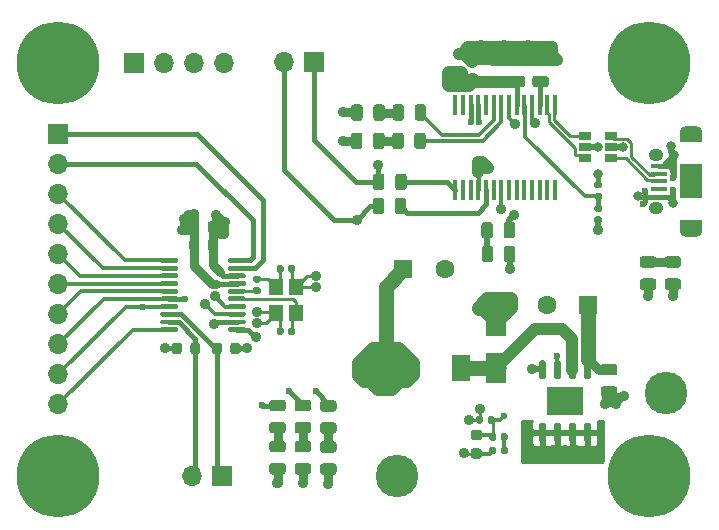
<source format=gbr>
%TF.GenerationSoftware,KiCad,Pcbnew,5.1.6*%
%TF.CreationDate,2021-04-04T19:37:59+02:00*%
%TF.ProjectId,teriyaki,74657269-7961-46b6-992e-6b696361645f,rev?*%
%TF.SameCoordinates,Original*%
%TF.FileFunction,Copper,L1,Top*%
%TF.FilePolarity,Positive*%
%FSLAX46Y46*%
G04 Gerber Fmt 4.6, Leading zero omitted, Abs format (unit mm)*
G04 Created by KiCad (PCBNEW 5.1.6) date 2021-04-04 19:37:59*
%MOMM*%
%LPD*%
G01*
G04 APERTURE LIST*
%TA.AperFunction,ComponentPad*%
%ADD10O,1.700000X1.700000*%
%TD*%
%TA.AperFunction,ComponentPad*%
%ADD11R,1.700000X1.700000*%
%TD*%
%TA.AperFunction,ComponentPad*%
%ADD12C,0.800000*%
%TD*%
%TA.AperFunction,ComponentPad*%
%ADD13C,7.000000*%
%TD*%
%TA.AperFunction,ComponentPad*%
%ADD14C,1.600000*%
%TD*%
%TA.AperFunction,ComponentPad*%
%ADD15R,1.600000X1.600000*%
%TD*%
%TA.AperFunction,SMDPad,CuDef*%
%ADD16R,1.800000X2.500000*%
%TD*%
%TA.AperFunction,SMDPad,CuDef*%
%ADD17R,1.900000X0.875000*%
%TD*%
%TA.AperFunction,SMDPad,CuDef*%
%ADD18R,1.900000X2.900000*%
%TD*%
%TA.AperFunction,SMDPad,CuDef*%
%ADD19R,1.350000X0.400000*%
%TD*%
%TA.AperFunction,ComponentPad*%
%ADD20O,1.900000X1.000000*%
%TD*%
%TA.AperFunction,ComponentPad*%
%ADD21O,1.250000X1.050000*%
%TD*%
%TA.AperFunction,SMDPad,CuDef*%
%ADD22R,1.500000X2.200000*%
%TD*%
%TA.AperFunction,ComponentPad*%
%ADD23C,3.600000*%
%TD*%
%TA.AperFunction,SMDPad,CuDef*%
%ADD24R,3.100000X2.410000*%
%TD*%
%TA.AperFunction,SMDPad,CuDef*%
%ADD25R,0.450000X1.750000*%
%TD*%
%TA.AperFunction,SMDPad,CuDef*%
%ADD26R,1.060000X0.650000*%
%TD*%
%TA.AperFunction,SMDPad,CuDef*%
%ADD27R,1.200000X1.400000*%
%TD*%
%TA.AperFunction,ViaPad*%
%ADD28C,0.900000*%
%TD*%
%TA.AperFunction,ViaPad*%
%ADD29C,0.800000*%
%TD*%
%TA.AperFunction,ViaPad*%
%ADD30C,0.600000*%
%TD*%
%TA.AperFunction,Conductor*%
%ADD31C,1.000000*%
%TD*%
%TA.AperFunction,Conductor*%
%ADD32C,0.750000*%
%TD*%
%TA.AperFunction,Conductor*%
%ADD33C,0.400000*%
%TD*%
%TA.AperFunction,Conductor*%
%ADD34C,0.250000*%
%TD*%
%TA.AperFunction,Conductor*%
%ADD35C,0.508000*%
%TD*%
%TA.AperFunction,Conductor*%
%ADD36C,0.300000*%
%TD*%
%TA.AperFunction,Conductor*%
%ADD37C,0.500000*%
%TD*%
%TA.AperFunction,Conductor*%
%ADD38C,1.270000*%
%TD*%
%TA.AperFunction,Conductor*%
%ADD39C,0.261112*%
%TD*%
%TA.AperFunction,Conductor*%
%ADD40C,0.254000*%
%TD*%
G04 APERTURE END LIST*
D10*
%TO.P,J3,10*%
%TO.N,GPIO_PC4*%
X92000000Y-118600000D03*
%TO.P,J3,9*%
%TO.N,GPIO_PB7*%
X92000000Y-116060000D03*
%TO.P,J3,8*%
%TO.N,GPIO_PB6*%
X92000000Y-113520000D03*
%TO.P,J3,7*%
%TO.N,GPIO_PB5*%
X92000000Y-110980000D03*
%TO.P,J3,6*%
%TO.N,GPIO_PB4*%
X92000000Y-108440000D03*
%TO.P,J3,5*%
%TO.N,GPIO_PB3*%
X92000000Y-105900000D03*
%TO.P,J3,4*%
%TO.N,TIM2_CH2*%
X92000000Y-103360000D03*
%TO.P,J3,3*%
%TO.N,TIM3_CH1*%
X92000000Y-100820000D03*
%TO.P,J3,2*%
%TO.N,TIM2_CH1*%
X92000000Y-98280000D03*
D11*
%TO.P,J3,1*%
%TO.N,TIM3_CH2*%
X92000000Y-95740000D03*
%TD*%
D10*
%TO.P,J4,2*%
%TO.N,I2C_SCL*%
X103300000Y-124700000D03*
D11*
%TO.P,J4,1*%
%TO.N,I2C_SDA*%
X105840000Y-124700000D03*
%TD*%
%TO.P,U2,20*%
%TO.N,GPIO_PC4*%
%TA.AperFunction,SMDPad,CuDef*%
G36*
G01*
X102112500Y-112200000D02*
X102112500Y-112400000D01*
G75*
G02*
X102012500Y-112500000I-100000J0D01*
G01*
X100737500Y-112500000D01*
G75*
G02*
X100637500Y-112400000I0J100000D01*
G01*
X100637500Y-112200000D01*
G75*
G02*
X100737500Y-112100000I100000J0D01*
G01*
X102012500Y-112100000D01*
G75*
G02*
X102112500Y-112200000I0J-100000D01*
G01*
G37*
%TD.AperFunction*%
%TO.P,U2,19*%
%TO.N,I2C_SCL*%
%TA.AperFunction,SMDPad,CuDef*%
G36*
G01*
X102112500Y-111550000D02*
X102112500Y-111750000D01*
G75*
G02*
X102012500Y-111850000I-100000J0D01*
G01*
X100737500Y-111850000D01*
G75*
G02*
X100637500Y-111750000I0J100000D01*
G01*
X100637500Y-111550000D01*
G75*
G02*
X100737500Y-111450000I100000J0D01*
G01*
X102012500Y-111450000D01*
G75*
G02*
X102112500Y-111550000I0J-100000D01*
G01*
G37*
%TD.AperFunction*%
%TO.P,U2,18*%
%TO.N,I2C_SDA*%
%TA.AperFunction,SMDPad,CuDef*%
G36*
G01*
X102112500Y-110900000D02*
X102112500Y-111100000D01*
G75*
G02*
X102012500Y-111200000I-100000J0D01*
G01*
X100737500Y-111200000D01*
G75*
G02*
X100637500Y-111100000I0J100000D01*
G01*
X100637500Y-110900000D01*
G75*
G02*
X100737500Y-110800000I100000J0D01*
G01*
X102012500Y-110800000D01*
G75*
G02*
X102112500Y-110900000I0J-100000D01*
G01*
G37*
%TD.AperFunction*%
%TO.P,U2,17*%
%TO.N,GPIO_PB7*%
%TA.AperFunction,SMDPad,CuDef*%
G36*
G01*
X102112500Y-110250000D02*
X102112500Y-110450000D01*
G75*
G02*
X102012500Y-110550000I-100000J0D01*
G01*
X100737500Y-110550000D01*
G75*
G02*
X100637500Y-110450000I0J100000D01*
G01*
X100637500Y-110250000D01*
G75*
G02*
X100737500Y-110150000I100000J0D01*
G01*
X102012500Y-110150000D01*
G75*
G02*
X102112500Y-110250000I0J-100000D01*
G01*
G37*
%TD.AperFunction*%
%TO.P,U2,16*%
%TO.N,GPIO_PB6*%
%TA.AperFunction,SMDPad,CuDef*%
G36*
G01*
X102112500Y-109600000D02*
X102112500Y-109800000D01*
G75*
G02*
X102012500Y-109900000I-100000J0D01*
G01*
X100737500Y-109900000D01*
G75*
G02*
X100637500Y-109800000I0J100000D01*
G01*
X100637500Y-109600000D01*
G75*
G02*
X100737500Y-109500000I100000J0D01*
G01*
X102012500Y-109500000D01*
G75*
G02*
X102112500Y-109600000I0J-100000D01*
G01*
G37*
%TD.AperFunction*%
%TO.P,U2,15*%
%TO.N,GPIO_PB5*%
%TA.AperFunction,SMDPad,CuDef*%
G36*
G01*
X102112500Y-108950000D02*
X102112500Y-109150000D01*
G75*
G02*
X102012500Y-109250000I-100000J0D01*
G01*
X100737500Y-109250000D01*
G75*
G02*
X100637500Y-109150000I0J100000D01*
G01*
X100637500Y-108950000D01*
G75*
G02*
X100737500Y-108850000I100000J0D01*
G01*
X102012500Y-108850000D01*
G75*
G02*
X102112500Y-108950000I0J-100000D01*
G01*
G37*
%TD.AperFunction*%
%TO.P,U2,14*%
%TO.N,GPIO_PB4*%
%TA.AperFunction,SMDPad,CuDef*%
G36*
G01*
X102112500Y-108300000D02*
X102112500Y-108500000D01*
G75*
G02*
X102012500Y-108600000I-100000J0D01*
G01*
X100737500Y-108600000D01*
G75*
G02*
X100637500Y-108500000I0J100000D01*
G01*
X100637500Y-108300000D01*
G75*
G02*
X100737500Y-108200000I100000J0D01*
G01*
X102012500Y-108200000D01*
G75*
G02*
X102112500Y-108300000I0J-100000D01*
G01*
G37*
%TD.AperFunction*%
%TO.P,U2,13*%
%TO.N,GPIO_PB3*%
%TA.AperFunction,SMDPad,CuDef*%
G36*
G01*
X102112500Y-107650000D02*
X102112500Y-107850000D01*
G75*
G02*
X102012500Y-107950000I-100000J0D01*
G01*
X100737500Y-107950000D01*
G75*
G02*
X100637500Y-107850000I0J100000D01*
G01*
X100637500Y-107650000D01*
G75*
G02*
X100737500Y-107550000I100000J0D01*
G01*
X102012500Y-107550000D01*
G75*
G02*
X102112500Y-107650000I0J-100000D01*
G01*
G37*
%TD.AperFunction*%
%TO.P,U2,12*%
%TO.N,TIM2_CH2*%
%TA.AperFunction,SMDPad,CuDef*%
G36*
G01*
X102112500Y-107000000D02*
X102112500Y-107200000D01*
G75*
G02*
X102012500Y-107300000I-100000J0D01*
G01*
X100737500Y-107300000D01*
G75*
G02*
X100637500Y-107200000I0J100000D01*
G01*
X100637500Y-107000000D01*
G75*
G02*
X100737500Y-106900000I100000J0D01*
G01*
X102012500Y-106900000D01*
G75*
G02*
X102112500Y-107000000I0J-100000D01*
G01*
G37*
%TD.AperFunction*%
%TO.P,U2,11*%
%TO.N,TIM3_CH1*%
%TA.AperFunction,SMDPad,CuDef*%
G36*
G01*
X102112500Y-106350000D02*
X102112500Y-106550000D01*
G75*
G02*
X102012500Y-106650000I-100000J0D01*
G01*
X100737500Y-106650000D01*
G75*
G02*
X100637500Y-106550000I0J100000D01*
G01*
X100637500Y-106350000D01*
G75*
G02*
X100737500Y-106250000I100000J0D01*
G01*
X102012500Y-106250000D01*
G75*
G02*
X102112500Y-106350000I0J-100000D01*
G01*
G37*
%TD.AperFunction*%
%TO.P,U2,10*%
%TO.N,TIM2_CH1*%
%TA.AperFunction,SMDPad,CuDef*%
G36*
G01*
X107837500Y-106350000D02*
X107837500Y-106550000D01*
G75*
G02*
X107737500Y-106650000I-100000J0D01*
G01*
X106462500Y-106650000D01*
G75*
G02*
X106362500Y-106550000I0J100000D01*
G01*
X106362500Y-106350000D01*
G75*
G02*
X106462500Y-106250000I100000J0D01*
G01*
X107737500Y-106250000D01*
G75*
G02*
X107837500Y-106350000I0J-100000D01*
G01*
G37*
%TD.AperFunction*%
%TO.P,U2,9*%
%TO.N,TIM3_CH2*%
%TA.AperFunction,SMDPad,CuDef*%
G36*
G01*
X107837500Y-107000000D02*
X107837500Y-107200000D01*
G75*
G02*
X107737500Y-107300000I-100000J0D01*
G01*
X106462500Y-107300000D01*
G75*
G02*
X106362500Y-107200000I0J100000D01*
G01*
X106362500Y-107000000D01*
G75*
G02*
X106462500Y-106900000I100000J0D01*
G01*
X107737500Y-106900000D01*
G75*
G02*
X107837500Y-107000000I0J-100000D01*
G01*
G37*
%TD.AperFunction*%
%TO.P,U2,8*%
%TO.N,+3V3*%
%TA.AperFunction,SMDPad,CuDef*%
G36*
G01*
X107837500Y-107650000D02*
X107837500Y-107850000D01*
G75*
G02*
X107737500Y-107950000I-100000J0D01*
G01*
X106462500Y-107950000D01*
G75*
G02*
X106362500Y-107850000I0J100000D01*
G01*
X106362500Y-107650000D01*
G75*
G02*
X106462500Y-107550000I100000J0D01*
G01*
X107737500Y-107550000D01*
G75*
G02*
X107837500Y-107650000I0J-100000D01*
G01*
G37*
%TD.AperFunction*%
%TO.P,U2,7*%
%TO.N,GND*%
%TA.AperFunction,SMDPad,CuDef*%
G36*
G01*
X107837500Y-108300000D02*
X107837500Y-108500000D01*
G75*
G02*
X107737500Y-108600000I-100000J0D01*
G01*
X106462500Y-108600000D01*
G75*
G02*
X106362500Y-108500000I0J100000D01*
G01*
X106362500Y-108300000D01*
G75*
G02*
X106462500Y-108200000I100000J0D01*
G01*
X107737500Y-108200000D01*
G75*
G02*
X107837500Y-108300000I0J-100000D01*
G01*
G37*
%TD.AperFunction*%
%TO.P,U2,6*%
%TO.N,RCC_OSC_OUT*%
%TA.AperFunction,SMDPad,CuDef*%
G36*
G01*
X107837500Y-108950000D02*
X107837500Y-109150000D01*
G75*
G02*
X107737500Y-109250000I-100000J0D01*
G01*
X106462500Y-109250000D01*
G75*
G02*
X106362500Y-109150000I0J100000D01*
G01*
X106362500Y-108950000D01*
G75*
G02*
X106462500Y-108850000I100000J0D01*
G01*
X107737500Y-108850000D01*
G75*
G02*
X107837500Y-108950000I0J-100000D01*
G01*
G37*
%TD.AperFunction*%
%TO.P,U2,5*%
%TO.N,RCC_OSC_IN*%
%TA.AperFunction,SMDPad,CuDef*%
G36*
G01*
X107837500Y-109600000D02*
X107837500Y-109800000D01*
G75*
G02*
X107737500Y-109900000I-100000J0D01*
G01*
X106462500Y-109900000D01*
G75*
G02*
X106362500Y-109800000I0J100000D01*
G01*
X106362500Y-109600000D01*
G75*
G02*
X106462500Y-109500000I100000J0D01*
G01*
X107737500Y-109500000D01*
G75*
G02*
X107837500Y-109600000I0J-100000D01*
G01*
G37*
%TD.AperFunction*%
%TO.P,U2,4*%
%TO.N,STM8_NRST*%
%TA.AperFunction,SMDPad,CuDef*%
G36*
G01*
X107837500Y-110250000D02*
X107837500Y-110450000D01*
G75*
G02*
X107737500Y-110550000I-100000J0D01*
G01*
X106462500Y-110550000D01*
G75*
G02*
X106362500Y-110450000I0J100000D01*
G01*
X106362500Y-110250000D01*
G75*
G02*
X106462500Y-110150000I100000J0D01*
G01*
X107737500Y-110150000D01*
G75*
G02*
X107837500Y-110250000I0J-100000D01*
G01*
G37*
%TD.AperFunction*%
%TO.P,U2,3*%
%TO.N,STM8_SWIM*%
%TA.AperFunction,SMDPad,CuDef*%
G36*
G01*
X107837500Y-110900000D02*
X107837500Y-111100000D01*
G75*
G02*
X107737500Y-111200000I-100000J0D01*
G01*
X106462500Y-111200000D01*
G75*
G02*
X106362500Y-111100000I0J100000D01*
G01*
X106362500Y-110900000D01*
G75*
G02*
X106462500Y-110800000I100000J0D01*
G01*
X107737500Y-110800000D01*
G75*
G02*
X107837500Y-110900000I0J-100000D01*
G01*
G37*
%TD.AperFunction*%
%TO.P,U2,2*%
%TO.N,STM8_RX*%
%TA.AperFunction,SMDPad,CuDef*%
G36*
G01*
X107837500Y-111550000D02*
X107837500Y-111750000D01*
G75*
G02*
X107737500Y-111850000I-100000J0D01*
G01*
X106462500Y-111850000D01*
G75*
G02*
X106362500Y-111750000I0J100000D01*
G01*
X106362500Y-111550000D01*
G75*
G02*
X106462500Y-111450000I100000J0D01*
G01*
X107737500Y-111450000D01*
G75*
G02*
X107837500Y-111550000I0J-100000D01*
G01*
G37*
%TD.AperFunction*%
%TO.P,U2,1*%
%TO.N,STM8_TX*%
%TA.AperFunction,SMDPad,CuDef*%
G36*
G01*
X107837500Y-112200000D02*
X107837500Y-112400000D01*
G75*
G02*
X107737500Y-112500000I-100000J0D01*
G01*
X106462500Y-112500000D01*
G75*
G02*
X106362500Y-112400000I0J100000D01*
G01*
X106362500Y-112200000D01*
G75*
G02*
X106462500Y-112100000I100000J0D01*
G01*
X107737500Y-112100000D01*
G75*
G02*
X107837500Y-112200000I0J-100000D01*
G01*
G37*
%TD.AperFunction*%
%TD*%
D12*
%TO.P,H3,1*%
%TO.N,GND*%
X93856155Y-122843845D03*
X92000000Y-122075000D03*
X90143845Y-122843845D03*
X89375000Y-124700000D03*
X90143845Y-126556155D03*
X92000000Y-127325000D03*
X93856155Y-126556155D03*
X94625000Y-124700000D03*
D13*
X92000000Y-124700000D03*
%TD*%
D12*
%TO.P,H4,1*%
%TO.N,GND*%
X143856155Y-87843845D03*
X142000000Y-87075000D03*
X140143845Y-87843845D03*
X139375000Y-89700000D03*
X140143845Y-91556155D03*
X142000000Y-92325000D03*
X143856155Y-91556155D03*
X144625000Y-89700000D03*
D13*
X142000000Y-89700000D03*
%TD*%
D12*
%TO.P,H2,1*%
%TO.N,GND*%
X93856155Y-87843845D03*
X92000000Y-87075000D03*
X90143845Y-87843845D03*
X89375000Y-89700000D03*
X90143845Y-91556155D03*
X92000000Y-92325000D03*
X93856155Y-91556155D03*
X94625000Y-89700000D03*
D13*
X92000000Y-89700000D03*
%TD*%
D12*
%TO.P,H1,1*%
%TO.N,GND*%
X143856155Y-122843845D03*
X142000000Y-122075000D03*
X140143845Y-122843845D03*
X139375000Y-124700000D03*
X140143845Y-126556155D03*
X142000000Y-127325000D03*
X143856155Y-126556155D03*
X144625000Y-124700000D03*
D13*
X142000000Y-124700000D03*
%TD*%
%TO.P,C1,2*%
%TO.N,GND*%
%TA.AperFunction,SMDPad,CuDef*%
G36*
G01*
X131256250Y-89912500D02*
X130343750Y-89912500D01*
G75*
G02*
X130100000Y-89668750I0J243750D01*
G01*
X130100000Y-89181250D01*
G75*
G02*
X130343750Y-88937500I243750J0D01*
G01*
X131256250Y-88937500D01*
G75*
G02*
X131500000Y-89181250I0J-243750D01*
G01*
X131500000Y-89668750D01*
G75*
G02*
X131256250Y-89912500I-243750J0D01*
G01*
G37*
%TD.AperFunction*%
%TO.P,C1,1*%
%TO.N,+3V3*%
%TA.AperFunction,SMDPad,CuDef*%
G36*
G01*
X131256250Y-91787500D02*
X130343750Y-91787500D01*
G75*
G02*
X130100000Y-91543750I0J243750D01*
G01*
X130100000Y-91056250D01*
G75*
G02*
X130343750Y-90812500I243750J0D01*
G01*
X131256250Y-90812500D01*
G75*
G02*
X131500000Y-91056250I0J-243750D01*
G01*
X131500000Y-91543750D01*
G75*
G02*
X131256250Y-91787500I-243750J0D01*
G01*
G37*
%TD.AperFunction*%
%TD*%
D14*
%TO.P,C2,2*%
%TO.N,GND*%
X133350000Y-110236000D03*
D15*
%TO.P,C2,1*%
%TO.N,REG_VIN*%
X136850000Y-110236000D03*
%TD*%
%TO.P,C3,2*%
%TO.N,GND*%
%TA.AperFunction,SMDPad,CuDef*%
G36*
G01*
X129256250Y-89912500D02*
X128343750Y-89912500D01*
G75*
G02*
X128100000Y-89668750I0J243750D01*
G01*
X128100000Y-89181250D01*
G75*
G02*
X128343750Y-88937500I243750J0D01*
G01*
X129256250Y-88937500D01*
G75*
G02*
X129500000Y-89181250I0J-243750D01*
G01*
X129500000Y-89668750D01*
G75*
G02*
X129256250Y-89912500I-243750J0D01*
G01*
G37*
%TD.AperFunction*%
%TO.P,C3,1*%
%TO.N,+3V3*%
%TA.AperFunction,SMDPad,CuDef*%
G36*
G01*
X129256250Y-91787500D02*
X128343750Y-91787500D01*
G75*
G02*
X128100000Y-91543750I0J243750D01*
G01*
X128100000Y-91056250D01*
G75*
G02*
X128343750Y-90812500I243750J0D01*
G01*
X129256250Y-90812500D01*
G75*
G02*
X129500000Y-91056250I0J-243750D01*
G01*
X129500000Y-91543750D01*
G75*
G02*
X129256250Y-91787500I-243750J0D01*
G01*
G37*
%TD.AperFunction*%
%TD*%
%TO.P,C4,2*%
%TO.N,GND*%
%TA.AperFunction,SMDPad,CuDef*%
G36*
G01*
X138164250Y-117084500D02*
X139076750Y-117084500D01*
G75*
G02*
X139320500Y-117328250I0J-243750D01*
G01*
X139320500Y-117815750D01*
G75*
G02*
X139076750Y-118059500I-243750J0D01*
G01*
X138164250Y-118059500D01*
G75*
G02*
X137920500Y-117815750I0J243750D01*
G01*
X137920500Y-117328250D01*
G75*
G02*
X138164250Y-117084500I243750J0D01*
G01*
G37*
%TD.AperFunction*%
%TO.P,C4,1*%
%TO.N,REG_VIN*%
%TA.AperFunction,SMDPad,CuDef*%
G36*
G01*
X138164250Y-115209500D02*
X139076750Y-115209500D01*
G75*
G02*
X139320500Y-115453250I0J-243750D01*
G01*
X139320500Y-115940750D01*
G75*
G02*
X139076750Y-116184500I-243750J0D01*
G01*
X138164250Y-116184500D01*
G75*
G02*
X137920500Y-115940750I0J243750D01*
G01*
X137920500Y-115453250D01*
G75*
G02*
X138164250Y-115209500I243750J0D01*
G01*
G37*
%TD.AperFunction*%
%TD*%
%TO.P,C5,2*%
%TO.N,GND*%
%TA.AperFunction,SMDPad,CuDef*%
G36*
G01*
X127256250Y-90062500D02*
X126743750Y-90062500D01*
G75*
G02*
X126525000Y-89843750I0J218750D01*
G01*
X126525000Y-89406250D01*
G75*
G02*
X126743750Y-89187500I218750J0D01*
G01*
X127256250Y-89187500D01*
G75*
G02*
X127475000Y-89406250I0J-218750D01*
G01*
X127475000Y-89843750D01*
G75*
G02*
X127256250Y-90062500I-218750J0D01*
G01*
G37*
%TD.AperFunction*%
%TO.P,C5,1*%
%TO.N,+3V3*%
%TA.AperFunction,SMDPad,CuDef*%
G36*
G01*
X127256250Y-91637500D02*
X126743750Y-91637500D01*
G75*
G02*
X126525000Y-91418750I0J218750D01*
G01*
X126525000Y-90981250D01*
G75*
G02*
X126743750Y-90762500I218750J0D01*
G01*
X127256250Y-90762500D01*
G75*
G02*
X127475000Y-90981250I0J-218750D01*
G01*
X127475000Y-91418750D01*
G75*
G02*
X127256250Y-91637500I-218750J0D01*
G01*
G37*
%TD.AperFunction*%
%TD*%
%TO.P,C6,2*%
%TO.N,GND*%
%TA.AperFunction,SMDPad,CuDef*%
G36*
G01*
X133256250Y-89912500D02*
X132343750Y-89912500D01*
G75*
G02*
X132100000Y-89668750I0J243750D01*
G01*
X132100000Y-89181250D01*
G75*
G02*
X132343750Y-88937500I243750J0D01*
G01*
X133256250Y-88937500D01*
G75*
G02*
X133500000Y-89181250I0J-243750D01*
G01*
X133500000Y-89668750D01*
G75*
G02*
X133256250Y-89912500I-243750J0D01*
G01*
G37*
%TD.AperFunction*%
%TO.P,C6,1*%
%TO.N,Net-(C6-Pad1)*%
%TA.AperFunction,SMDPad,CuDef*%
G36*
G01*
X133256250Y-91787500D02*
X132343750Y-91787500D01*
G75*
G02*
X132100000Y-91543750I0J243750D01*
G01*
X132100000Y-91056250D01*
G75*
G02*
X132343750Y-90812500I243750J0D01*
G01*
X133256250Y-90812500D01*
G75*
G02*
X133500000Y-91056250I0J-243750D01*
G01*
X133500000Y-91543750D01*
G75*
G02*
X133256250Y-91787500I-243750J0D01*
G01*
G37*
%TD.AperFunction*%
%TD*%
D14*
%TO.P,C7,2*%
%TO.N,GND*%
X124700000Y-107200000D03*
D15*
%TO.P,C7,1*%
%TO.N,+3V3*%
X121200000Y-107200000D03*
%TD*%
%TO.P,C8,2*%
%TO.N,GND*%
%TA.AperFunction,SMDPad,CuDef*%
G36*
G01*
X111060000Y-112277500D02*
X111060000Y-112622500D01*
G75*
G02*
X110912500Y-112770000I-147500J0D01*
G01*
X110617500Y-112770000D01*
G75*
G02*
X110470000Y-112622500I0J147500D01*
G01*
X110470000Y-112277500D01*
G75*
G02*
X110617500Y-112130000I147500J0D01*
G01*
X110912500Y-112130000D01*
G75*
G02*
X111060000Y-112277500I0J-147500D01*
G01*
G37*
%TD.AperFunction*%
%TO.P,C8,1*%
%TO.N,RCC_OSC_IN*%
%TA.AperFunction,SMDPad,CuDef*%
G36*
G01*
X112030000Y-112277500D02*
X112030000Y-112622500D01*
G75*
G02*
X111882500Y-112770000I-147500J0D01*
G01*
X111587500Y-112770000D01*
G75*
G02*
X111440000Y-112622500I0J147500D01*
G01*
X111440000Y-112277500D01*
G75*
G02*
X111587500Y-112130000I147500J0D01*
G01*
X111882500Y-112130000D01*
G75*
G02*
X112030000Y-112277500I0J-147500D01*
G01*
G37*
%TD.AperFunction*%
%TD*%
%TO.P,C9,2*%
%TO.N,GND*%
%TA.AperFunction,SMDPad,CuDef*%
G36*
G01*
X111440000Y-107322500D02*
X111440000Y-106977500D01*
G75*
G02*
X111587500Y-106830000I147500J0D01*
G01*
X111882500Y-106830000D01*
G75*
G02*
X112030000Y-106977500I0J-147500D01*
G01*
X112030000Y-107322500D01*
G75*
G02*
X111882500Y-107470000I-147500J0D01*
G01*
X111587500Y-107470000D01*
G75*
G02*
X111440000Y-107322500I0J147500D01*
G01*
G37*
%TD.AperFunction*%
%TO.P,C9,1*%
%TO.N,Net-(C9-Pad1)*%
%TA.AperFunction,SMDPad,CuDef*%
G36*
G01*
X110470000Y-107322500D02*
X110470000Y-106977500D01*
G75*
G02*
X110617500Y-106830000I147500J0D01*
G01*
X110912500Y-106830000D01*
G75*
G02*
X111060000Y-106977500I0J-147500D01*
G01*
X111060000Y-107322500D01*
G75*
G02*
X110912500Y-107470000I-147500J0D01*
G01*
X110617500Y-107470000D01*
G75*
G02*
X110470000Y-107322500I0J147500D01*
G01*
G37*
%TD.AperFunction*%
%TD*%
%TO.P,C10,2*%
%TO.N,REG_FEEDBACK*%
%TA.AperFunction,SMDPad,CuDef*%
G36*
G01*
X127635650Y-121666100D02*
X127123150Y-121666100D01*
G75*
G02*
X126904400Y-121447350I0J218750D01*
G01*
X126904400Y-121009850D01*
G75*
G02*
X127123150Y-120791100I218750J0D01*
G01*
X127635650Y-120791100D01*
G75*
G02*
X127854400Y-121009850I0J-218750D01*
G01*
X127854400Y-121447350D01*
G75*
G02*
X127635650Y-121666100I-218750J0D01*
G01*
G37*
%TD.AperFunction*%
%TO.P,C10,1*%
%TO.N,+3V3*%
%TA.AperFunction,SMDPad,CuDef*%
G36*
G01*
X127635650Y-123241100D02*
X127123150Y-123241100D01*
G75*
G02*
X126904400Y-123022350I0J218750D01*
G01*
X126904400Y-122584850D01*
G75*
G02*
X127123150Y-122366100I218750J0D01*
G01*
X127635650Y-122366100D01*
G75*
G02*
X127854400Y-122584850I0J-218750D01*
G01*
X127854400Y-123022350D01*
G75*
G02*
X127635650Y-123241100I-218750J0D01*
G01*
G37*
%TD.AperFunction*%
%TD*%
%TO.P,C11,2*%
%TO.N,GND*%
%TA.AperFunction,SMDPad,CuDef*%
G36*
G01*
X103937500Y-104871750D02*
X103937500Y-105384250D01*
G75*
G02*
X103718750Y-105603000I-218750J0D01*
G01*
X103281250Y-105603000D01*
G75*
G02*
X103062500Y-105384250I0J218750D01*
G01*
X103062500Y-104871750D01*
G75*
G02*
X103281250Y-104653000I218750J0D01*
G01*
X103718750Y-104653000D01*
G75*
G02*
X103937500Y-104871750I0J-218750D01*
G01*
G37*
%TD.AperFunction*%
%TO.P,C11,1*%
%TO.N,+3V3*%
%TA.AperFunction,SMDPad,CuDef*%
G36*
G01*
X105512500Y-104871750D02*
X105512500Y-105384250D01*
G75*
G02*
X105293750Y-105603000I-218750J0D01*
G01*
X104856250Y-105603000D01*
G75*
G02*
X104637500Y-105384250I0J218750D01*
G01*
X104637500Y-104871750D01*
G75*
G02*
X104856250Y-104653000I218750J0D01*
G01*
X105293750Y-104653000D01*
G75*
G02*
X105512500Y-104871750I0J-218750D01*
G01*
G37*
%TD.AperFunction*%
%TD*%
%TO.P,C12,2*%
%TO.N,GND*%
%TA.AperFunction,SMDPad,CuDef*%
G36*
G01*
X103937500Y-103343750D02*
X103937500Y-103856250D01*
G75*
G02*
X103718750Y-104075000I-218750J0D01*
G01*
X103281250Y-104075000D01*
G75*
G02*
X103062500Y-103856250I0J218750D01*
G01*
X103062500Y-103343750D01*
G75*
G02*
X103281250Y-103125000I218750J0D01*
G01*
X103718750Y-103125000D01*
G75*
G02*
X103937500Y-103343750I0J-218750D01*
G01*
G37*
%TD.AperFunction*%
%TO.P,C12,1*%
%TO.N,+3V3*%
%TA.AperFunction,SMDPad,CuDef*%
G36*
G01*
X105512500Y-103343750D02*
X105512500Y-103856250D01*
G75*
G02*
X105293750Y-104075000I-218750J0D01*
G01*
X104856250Y-104075000D01*
G75*
G02*
X104637500Y-103856250I0J218750D01*
G01*
X104637500Y-103343750D01*
G75*
G02*
X104856250Y-103125000I218750J0D01*
G01*
X105293750Y-103125000D01*
G75*
G02*
X105512500Y-103343750I0J-218750D01*
G01*
G37*
%TD.AperFunction*%
%TD*%
D16*
%TO.P,D1,2*%
%TO.N,GND*%
X129032000Y-111570000D03*
%TO.P,D1,1*%
%TO.N,REG_OUT*%
X129032000Y-115570000D03*
%TD*%
D17*
%TO.P,J1,6*%
%TO.N,Net-(J1-Pad6)*%
X145550000Y-103487500D03*
X145550000Y-96012500D03*
D18*
X145550000Y-99750000D03*
D19*
%TO.P,J1,2*%
%TO.N,USB_CON_D+*%
X142875000Y-99100000D03*
D20*
%TO.P,J1,6*%
%TO.N,Net-(J1-Pad6)*%
X145550000Y-95575000D03*
X145550000Y-103925000D03*
D21*
X142550000Y-97525000D03*
D19*
%TO.P,J1,1*%
%TO.N,REG_VIN*%
X142875000Y-98450000D03*
%TO.P,J1,3*%
%TO.N,USB_CON_D-*%
X142875000Y-99750000D03*
%TO.P,J1,4*%
%TO.N,Net-(J1-Pad4)*%
X142875000Y-100400000D03*
%TO.P,J1,5*%
%TO.N,GND*%
X142875000Y-101050000D03*
D21*
%TO.P,J1,6*%
%TO.N,Net-(J1-Pad6)*%
X142550000Y-101975000D03*
%TD*%
D10*
%TO.P,J2,2*%
%TO.N,STM8_TX*%
X111120000Y-89680000D03*
D11*
%TO.P,J2,1*%
%TO.N,STM8_RX*%
X113660000Y-89680000D03*
%TD*%
D10*
%TO.P,J_SWIM1,4*%
%TO.N,STM8_NRST*%
X106035000Y-89700000D03*
%TO.P,J_SWIM1,3*%
%TO.N,GND*%
X103495000Y-89700000D03*
%TO.P,J_SWIM1,2*%
%TO.N,STM8_SWIM*%
X100955000Y-89700000D03*
D11*
%TO.P,J_SWIM1,1*%
%TO.N,+3V3*%
X98415000Y-89700000D03*
%TD*%
D22*
%TO.P,L1,2*%
%TO.N,+3V3*%
X119711000Y-115570000D03*
%TO.P,L1,1*%
%TO.N,REG_OUT*%
X126111000Y-115570000D03*
%TD*%
%TO.P,LED1,2*%
%TO.N,TIM3_CH1*%
%TA.AperFunction,SMDPad,CuDef*%
G36*
G01*
X115296250Y-119252500D02*
X114383750Y-119252500D01*
G75*
G02*
X114140000Y-119008750I0J243750D01*
G01*
X114140000Y-118521250D01*
G75*
G02*
X114383750Y-118277500I243750J0D01*
G01*
X115296250Y-118277500D01*
G75*
G02*
X115540000Y-118521250I0J-243750D01*
G01*
X115540000Y-119008750D01*
G75*
G02*
X115296250Y-119252500I-243750J0D01*
G01*
G37*
%TD.AperFunction*%
%TO.P,LED1,1*%
%TO.N,Net-(LED1-Pad1)*%
%TA.AperFunction,SMDPad,CuDef*%
G36*
G01*
X115296250Y-121127500D02*
X114383750Y-121127500D01*
G75*
G02*
X114140000Y-120883750I0J243750D01*
G01*
X114140000Y-120396250D01*
G75*
G02*
X114383750Y-120152500I243750J0D01*
G01*
X115296250Y-120152500D01*
G75*
G02*
X115540000Y-120396250I0J-243750D01*
G01*
X115540000Y-120883750D01*
G75*
G02*
X115296250Y-121127500I-243750J0D01*
G01*
G37*
%TD.AperFunction*%
%TD*%
%TO.P,LED2,2*%
%TO.N,GPIO_PB7*%
%TA.AperFunction,SMDPad,CuDef*%
G36*
G01*
X111006250Y-119222500D02*
X110093750Y-119222500D01*
G75*
G02*
X109850000Y-118978750I0J243750D01*
G01*
X109850000Y-118491250D01*
G75*
G02*
X110093750Y-118247500I243750J0D01*
G01*
X111006250Y-118247500D01*
G75*
G02*
X111250000Y-118491250I0J-243750D01*
G01*
X111250000Y-118978750D01*
G75*
G02*
X111006250Y-119222500I-243750J0D01*
G01*
G37*
%TD.AperFunction*%
%TO.P,LED2,1*%
%TO.N,Net-(LED2-Pad1)*%
%TA.AperFunction,SMDPad,CuDef*%
G36*
G01*
X111006250Y-121097500D02*
X110093750Y-121097500D01*
G75*
G02*
X109850000Y-120853750I0J243750D01*
G01*
X109850000Y-120366250D01*
G75*
G02*
X110093750Y-120122500I243750J0D01*
G01*
X111006250Y-120122500D01*
G75*
G02*
X111250000Y-120366250I0J-243750D01*
G01*
X111250000Y-120853750D01*
G75*
G02*
X111006250Y-121097500I-243750J0D01*
G01*
G37*
%TD.AperFunction*%
%TD*%
%TO.P,LED3,2*%
%TO.N,GPIO_PB6*%
%TA.AperFunction,SMDPad,CuDef*%
G36*
G01*
X113146250Y-119222500D02*
X112233750Y-119222500D01*
G75*
G02*
X111990000Y-118978750I0J243750D01*
G01*
X111990000Y-118491250D01*
G75*
G02*
X112233750Y-118247500I243750J0D01*
G01*
X113146250Y-118247500D01*
G75*
G02*
X113390000Y-118491250I0J-243750D01*
G01*
X113390000Y-118978750D01*
G75*
G02*
X113146250Y-119222500I-243750J0D01*
G01*
G37*
%TD.AperFunction*%
%TO.P,LED3,1*%
%TO.N,Net-(LED3-Pad1)*%
%TA.AperFunction,SMDPad,CuDef*%
G36*
G01*
X113146250Y-121097500D02*
X112233750Y-121097500D01*
G75*
G02*
X111990000Y-120853750I0J243750D01*
G01*
X111990000Y-120366250D01*
G75*
G02*
X112233750Y-120122500I243750J0D01*
G01*
X113146250Y-120122500D01*
G75*
G02*
X113390000Y-120366250I0J-243750D01*
G01*
X113390000Y-120853750D01*
G75*
G02*
X113146250Y-121097500I-243750J0D01*
G01*
G37*
%TD.AperFunction*%
%TD*%
%TO.P,LED_3V31,2*%
%TO.N,+3V3*%
%TA.AperFunction,SMDPad,CuDef*%
G36*
G01*
X129687500Y-104342250D02*
X129687500Y-103429750D01*
G75*
G02*
X129931250Y-103186000I243750J0D01*
G01*
X130418750Y-103186000D01*
G75*
G02*
X130662500Y-103429750I0J-243750D01*
G01*
X130662500Y-104342250D01*
G75*
G02*
X130418750Y-104586000I-243750J0D01*
G01*
X129931250Y-104586000D01*
G75*
G02*
X129687500Y-104342250I0J243750D01*
G01*
G37*
%TD.AperFunction*%
%TO.P,LED_3V31,1*%
%TO.N,Net-(LED_3V31-Pad1)*%
%TA.AperFunction,SMDPad,CuDef*%
G36*
G01*
X127812500Y-104342250D02*
X127812500Y-103429750D01*
G75*
G02*
X128056250Y-103186000I243750J0D01*
G01*
X128543750Y-103186000D01*
G75*
G02*
X128787500Y-103429750I0J-243750D01*
G01*
X128787500Y-104342250D01*
G75*
G02*
X128543750Y-104586000I-243750J0D01*
G01*
X128056250Y-104586000D01*
G75*
G02*
X127812500Y-104342250I0J243750D01*
G01*
G37*
%TD.AperFunction*%
%TD*%
%TO.P,LED_5V1,2*%
%TO.N,REG_VIN*%
%TA.AperFunction,SMDPad,CuDef*%
G36*
G01*
X141461150Y-107974300D02*
X142373650Y-107974300D01*
G75*
G02*
X142617400Y-108218050I0J-243750D01*
G01*
X142617400Y-108705550D01*
G75*
G02*
X142373650Y-108949300I-243750J0D01*
G01*
X141461150Y-108949300D01*
G75*
G02*
X141217400Y-108705550I0J243750D01*
G01*
X141217400Y-108218050D01*
G75*
G02*
X141461150Y-107974300I243750J0D01*
G01*
G37*
%TD.AperFunction*%
%TO.P,LED_5V1,1*%
%TO.N,Net-(LED_5V1-Pad1)*%
%TA.AperFunction,SMDPad,CuDef*%
G36*
G01*
X141461150Y-106099300D02*
X142373650Y-106099300D01*
G75*
G02*
X142617400Y-106343050I0J-243750D01*
G01*
X142617400Y-106830550D01*
G75*
G02*
X142373650Y-107074300I-243750J0D01*
G01*
X141461150Y-107074300D01*
G75*
G02*
X141217400Y-106830550I0J243750D01*
G01*
X141217400Y-106343050D01*
G75*
G02*
X141461150Y-106099300I243750J0D01*
G01*
G37*
%TD.AperFunction*%
%TD*%
%TO.P,LED_RX1,2*%
%TO.N,Net-(LED_RX1-Pad2)*%
%TA.AperFunction,SMDPad,CuDef*%
G36*
G01*
X118632700Y-96781850D02*
X118632700Y-95869350D01*
G75*
G02*
X118876450Y-95625600I243750J0D01*
G01*
X119363950Y-95625600D01*
G75*
G02*
X119607700Y-95869350I0J-243750D01*
G01*
X119607700Y-96781850D01*
G75*
G02*
X119363950Y-97025600I-243750J0D01*
G01*
X118876450Y-97025600D01*
G75*
G02*
X118632700Y-96781850I0J243750D01*
G01*
G37*
%TD.AperFunction*%
%TO.P,LED_RX1,1*%
%TO.N,GND*%
%TA.AperFunction,SMDPad,CuDef*%
G36*
G01*
X116757700Y-96781850D02*
X116757700Y-95869350D01*
G75*
G02*
X117001450Y-95625600I243750J0D01*
G01*
X117488950Y-95625600D01*
G75*
G02*
X117732700Y-95869350I0J-243750D01*
G01*
X117732700Y-96781850D01*
G75*
G02*
X117488950Y-97025600I-243750J0D01*
G01*
X117001450Y-97025600D01*
G75*
G02*
X116757700Y-96781850I0J243750D01*
G01*
G37*
%TD.AperFunction*%
%TD*%
%TO.P,LED_TX1,2*%
%TO.N,Net-(LED_TX1-Pad2)*%
%TA.AperFunction,SMDPad,CuDef*%
G36*
G01*
X118657700Y-94381850D02*
X118657700Y-93469350D01*
G75*
G02*
X118901450Y-93225600I243750J0D01*
G01*
X119388950Y-93225600D01*
G75*
G02*
X119632700Y-93469350I0J-243750D01*
G01*
X119632700Y-94381850D01*
G75*
G02*
X119388950Y-94625600I-243750J0D01*
G01*
X118901450Y-94625600D01*
G75*
G02*
X118657700Y-94381850I0J243750D01*
G01*
G37*
%TD.AperFunction*%
%TO.P,LED_TX1,1*%
%TO.N,GND*%
%TA.AperFunction,SMDPad,CuDef*%
G36*
G01*
X116782700Y-94381850D02*
X116782700Y-93469350D01*
G75*
G02*
X117026450Y-93225600I243750J0D01*
G01*
X117513950Y-93225600D01*
G75*
G02*
X117757700Y-93469350I0J-243750D01*
G01*
X117757700Y-94381850D01*
G75*
G02*
X117513950Y-94625600I-243750J0D01*
G01*
X117026450Y-94625600D01*
G75*
G02*
X116782700Y-94381850I0J243750D01*
G01*
G37*
%TD.AperFunction*%
%TD*%
%TO.P,R1,2*%
%TO.N,REG_VIN*%
%TA.AperFunction,SMDPad,CuDef*%
G36*
G01*
X137867300Y-100355400D02*
X137522300Y-100355400D01*
G75*
G02*
X137374800Y-100207900I0J147500D01*
G01*
X137374800Y-99912900D01*
G75*
G02*
X137522300Y-99765400I147500J0D01*
G01*
X137867300Y-99765400D01*
G75*
G02*
X138014800Y-99912900I0J-147500D01*
G01*
X138014800Y-100207900D01*
G75*
G02*
X137867300Y-100355400I-147500J0D01*
G01*
G37*
%TD.AperFunction*%
%TO.P,R1,1*%
%TO.N,FT232_nRESET*%
%TA.AperFunction,SMDPad,CuDef*%
G36*
G01*
X137867300Y-101325400D02*
X137522300Y-101325400D01*
G75*
G02*
X137374800Y-101177900I0J147500D01*
G01*
X137374800Y-100882900D01*
G75*
G02*
X137522300Y-100735400I147500J0D01*
G01*
X137867300Y-100735400D01*
G75*
G02*
X138014800Y-100882900I0J-147500D01*
G01*
X138014800Y-101177900D01*
G75*
G02*
X137867300Y-101325400I-147500J0D01*
G01*
G37*
%TD.AperFunction*%
%TD*%
%TO.P,R2,2*%
%TO.N,FT232_nRESET*%
%TA.AperFunction,SMDPad,CuDef*%
G36*
G01*
X137867300Y-102340400D02*
X137522300Y-102340400D01*
G75*
G02*
X137374800Y-102192900I0J147500D01*
G01*
X137374800Y-101897900D01*
G75*
G02*
X137522300Y-101750400I147500J0D01*
G01*
X137867300Y-101750400D01*
G75*
G02*
X138014800Y-101897900I0J-147500D01*
G01*
X138014800Y-102192900D01*
G75*
G02*
X137867300Y-102340400I-147500J0D01*
G01*
G37*
%TD.AperFunction*%
%TO.P,R2,1*%
%TO.N,GND*%
%TA.AperFunction,SMDPad,CuDef*%
G36*
G01*
X137867300Y-103310400D02*
X137522300Y-103310400D01*
G75*
G02*
X137374800Y-103162900I0J147500D01*
G01*
X137374800Y-102867900D01*
G75*
G02*
X137522300Y-102720400I147500J0D01*
G01*
X137867300Y-102720400D01*
G75*
G02*
X138014800Y-102867900I0J-147500D01*
G01*
X138014800Y-103162900D01*
G75*
G02*
X137867300Y-103310400I-147500J0D01*
G01*
G37*
%TD.AperFunction*%
%TD*%
%TO.P,R3,2*%
%TO.N,Net-(R3-Pad2)*%
%TA.AperFunction,SMDPad,CuDef*%
G36*
G01*
X120500000Y-100256250D02*
X120500000Y-99343750D01*
G75*
G02*
X120743750Y-99100000I243750J0D01*
G01*
X121231250Y-99100000D01*
G75*
G02*
X121475000Y-99343750I0J-243750D01*
G01*
X121475000Y-100256250D01*
G75*
G02*
X121231250Y-100500000I-243750J0D01*
G01*
X120743750Y-100500000D01*
G75*
G02*
X120500000Y-100256250I0J243750D01*
G01*
G37*
%TD.AperFunction*%
%TO.P,R3,1*%
%TO.N,STM8_RX*%
%TA.AperFunction,SMDPad,CuDef*%
G36*
G01*
X118625000Y-100256250D02*
X118625000Y-99343750D01*
G75*
G02*
X118868750Y-99100000I243750J0D01*
G01*
X119356250Y-99100000D01*
G75*
G02*
X119600000Y-99343750I0J-243750D01*
G01*
X119600000Y-100256250D01*
G75*
G02*
X119356250Y-100500000I-243750J0D01*
G01*
X118868750Y-100500000D01*
G75*
G02*
X118625000Y-100256250I0J243750D01*
G01*
G37*
%TD.AperFunction*%
%TD*%
%TO.P,R4,2*%
%TO.N,Net-(R4-Pad2)*%
%TA.AperFunction,SMDPad,CuDef*%
G36*
G01*
X120487500Y-102306250D02*
X120487500Y-101393750D01*
G75*
G02*
X120731250Y-101150000I243750J0D01*
G01*
X121218750Y-101150000D01*
G75*
G02*
X121462500Y-101393750I0J-243750D01*
G01*
X121462500Y-102306250D01*
G75*
G02*
X121218750Y-102550000I-243750J0D01*
G01*
X120731250Y-102550000D01*
G75*
G02*
X120487500Y-102306250I0J243750D01*
G01*
G37*
%TD.AperFunction*%
%TO.P,R4,1*%
%TO.N,STM8_TX*%
%TA.AperFunction,SMDPad,CuDef*%
G36*
G01*
X118612500Y-102306250D02*
X118612500Y-101393750D01*
G75*
G02*
X118856250Y-101150000I243750J0D01*
G01*
X119343750Y-101150000D01*
G75*
G02*
X119587500Y-101393750I0J-243750D01*
G01*
X119587500Y-102306250D01*
G75*
G02*
X119343750Y-102550000I-243750J0D01*
G01*
X118856250Y-102550000D01*
G75*
G02*
X118612500Y-102306250I0J243750D01*
G01*
G37*
%TD.AperFunction*%
%TD*%
%TO.P,R5,2*%
%TO.N,Net-(LED_TX1-Pad2)*%
%TA.AperFunction,SMDPad,CuDef*%
G36*
G01*
X121257700Y-93469350D02*
X121257700Y-94381850D01*
G75*
G02*
X121013950Y-94625600I-243750J0D01*
G01*
X120526450Y-94625600D01*
G75*
G02*
X120282700Y-94381850I0J243750D01*
G01*
X120282700Y-93469350D01*
G75*
G02*
X120526450Y-93225600I243750J0D01*
G01*
X121013950Y-93225600D01*
G75*
G02*
X121257700Y-93469350I0J-243750D01*
G01*
G37*
%TD.AperFunction*%
%TO.P,R5,1*%
%TO.N,CBUS0*%
%TA.AperFunction,SMDPad,CuDef*%
G36*
G01*
X123132700Y-93469350D02*
X123132700Y-94381850D01*
G75*
G02*
X122888950Y-94625600I-243750J0D01*
G01*
X122401450Y-94625600D01*
G75*
G02*
X122157700Y-94381850I0J243750D01*
G01*
X122157700Y-93469350D01*
G75*
G02*
X122401450Y-93225600I243750J0D01*
G01*
X122888950Y-93225600D01*
G75*
G02*
X123132700Y-93469350I0J-243750D01*
G01*
G37*
%TD.AperFunction*%
%TD*%
%TO.P,R6,2*%
%TO.N,Net-(LED_RX1-Pad2)*%
%TA.AperFunction,SMDPad,CuDef*%
G36*
G01*
X121232700Y-95869350D02*
X121232700Y-96781850D01*
G75*
G02*
X120988950Y-97025600I-243750J0D01*
G01*
X120501450Y-97025600D01*
G75*
G02*
X120257700Y-96781850I0J243750D01*
G01*
X120257700Y-95869350D01*
G75*
G02*
X120501450Y-95625600I243750J0D01*
G01*
X120988950Y-95625600D01*
G75*
G02*
X121232700Y-95869350I0J-243750D01*
G01*
G37*
%TD.AperFunction*%
%TO.P,R6,1*%
%TO.N,CBUS1*%
%TA.AperFunction,SMDPad,CuDef*%
G36*
G01*
X123107700Y-95869350D02*
X123107700Y-96781850D01*
G75*
G02*
X122863950Y-97025600I-243750J0D01*
G01*
X122376450Y-97025600D01*
G75*
G02*
X122132700Y-96781850I0J243750D01*
G01*
X122132700Y-95869350D01*
G75*
G02*
X122376450Y-95625600I243750J0D01*
G01*
X122863950Y-95625600D01*
G75*
G02*
X123107700Y-95869350I0J-243750D01*
G01*
G37*
%TD.AperFunction*%
%TD*%
%TO.P,R7,2*%
%TO.N,GND*%
%TA.AperFunction,SMDPad,CuDef*%
G36*
G01*
X114383750Y-123627500D02*
X115296250Y-123627500D01*
G75*
G02*
X115540000Y-123871250I0J-243750D01*
G01*
X115540000Y-124358750D01*
G75*
G02*
X115296250Y-124602500I-243750J0D01*
G01*
X114383750Y-124602500D01*
G75*
G02*
X114140000Y-124358750I0J243750D01*
G01*
X114140000Y-123871250D01*
G75*
G02*
X114383750Y-123627500I243750J0D01*
G01*
G37*
%TD.AperFunction*%
%TO.P,R7,1*%
%TO.N,Net-(LED1-Pad1)*%
%TA.AperFunction,SMDPad,CuDef*%
G36*
G01*
X114383750Y-121752500D02*
X115296250Y-121752500D01*
G75*
G02*
X115540000Y-121996250I0J-243750D01*
G01*
X115540000Y-122483750D01*
G75*
G02*
X115296250Y-122727500I-243750J0D01*
G01*
X114383750Y-122727500D01*
G75*
G02*
X114140000Y-122483750I0J243750D01*
G01*
X114140000Y-121996250D01*
G75*
G02*
X114383750Y-121752500I243750J0D01*
G01*
G37*
%TD.AperFunction*%
%TD*%
%TO.P,R8,2*%
%TO.N,Net-(R8-Pad2)*%
%TA.AperFunction,SMDPad,CuDef*%
G36*
G01*
X129451400Y-122722100D02*
X129451400Y-122377100D01*
G75*
G02*
X129598900Y-122229600I147500J0D01*
G01*
X129893900Y-122229600D01*
G75*
G02*
X130041400Y-122377100I0J-147500D01*
G01*
X130041400Y-122722100D01*
G75*
G02*
X129893900Y-122869600I-147500J0D01*
G01*
X129598900Y-122869600D01*
G75*
G02*
X129451400Y-122722100I0J147500D01*
G01*
G37*
%TD.AperFunction*%
%TO.P,R8,1*%
%TO.N,+3V3*%
%TA.AperFunction,SMDPad,CuDef*%
G36*
G01*
X128481400Y-122722100D02*
X128481400Y-122377100D01*
G75*
G02*
X128628900Y-122229600I147500J0D01*
G01*
X128923900Y-122229600D01*
G75*
G02*
X129071400Y-122377100I0J-147500D01*
G01*
X129071400Y-122722100D01*
G75*
G02*
X128923900Y-122869600I-147500J0D01*
G01*
X128628900Y-122869600D01*
G75*
G02*
X128481400Y-122722100I0J147500D01*
G01*
G37*
%TD.AperFunction*%
%TD*%
%TO.P,R9,2*%
%TO.N,REG_FEEDBACK*%
%TA.AperFunction,SMDPad,CuDef*%
G36*
G01*
X129071400Y-121234100D02*
X129071400Y-121579100D01*
G75*
G02*
X128923900Y-121726600I-147500J0D01*
G01*
X128628900Y-121726600D01*
G75*
G02*
X128481400Y-121579100I0J147500D01*
G01*
X128481400Y-121234100D01*
G75*
G02*
X128628900Y-121086600I147500J0D01*
G01*
X128923900Y-121086600D01*
G75*
G02*
X129071400Y-121234100I0J-147500D01*
G01*
G37*
%TD.AperFunction*%
%TO.P,R9,1*%
%TO.N,Net-(R8-Pad2)*%
%TA.AperFunction,SMDPad,CuDef*%
G36*
G01*
X130041400Y-121234100D02*
X130041400Y-121579100D01*
G75*
G02*
X129893900Y-121726600I-147500J0D01*
G01*
X129598900Y-121726600D01*
G75*
G02*
X129451400Y-121579100I0J147500D01*
G01*
X129451400Y-121234100D01*
G75*
G02*
X129598900Y-121086600I147500J0D01*
G01*
X129893900Y-121086600D01*
G75*
G02*
X130041400Y-121234100I0J-147500D01*
G01*
G37*
%TD.AperFunction*%
%TD*%
%TO.P,R10,2*%
%TO.N,GND*%
%TA.AperFunction,SMDPad,CuDef*%
G36*
G01*
X127949000Y-119760900D02*
X127949000Y-120105900D01*
G75*
G02*
X127801500Y-120253400I-147500J0D01*
G01*
X127506500Y-120253400D01*
G75*
G02*
X127359000Y-120105900I0J147500D01*
G01*
X127359000Y-119760900D01*
G75*
G02*
X127506500Y-119613400I147500J0D01*
G01*
X127801500Y-119613400D01*
G75*
G02*
X127949000Y-119760900I0J-147500D01*
G01*
G37*
%TD.AperFunction*%
%TO.P,R10,1*%
%TO.N,REG_FEEDBACK*%
%TA.AperFunction,SMDPad,CuDef*%
G36*
G01*
X128919000Y-119760900D02*
X128919000Y-120105900D01*
G75*
G02*
X128771500Y-120253400I-147500J0D01*
G01*
X128476500Y-120253400D01*
G75*
G02*
X128329000Y-120105900I0J147500D01*
G01*
X128329000Y-119760900D01*
G75*
G02*
X128476500Y-119613400I147500J0D01*
G01*
X128771500Y-119613400D01*
G75*
G02*
X128919000Y-119760900I0J-147500D01*
G01*
G37*
%TD.AperFunction*%
%TD*%
%TO.P,R11,2*%
%TO.N,GND*%
%TA.AperFunction,SMDPad,CuDef*%
G36*
G01*
X110093750Y-123597500D02*
X111006250Y-123597500D01*
G75*
G02*
X111250000Y-123841250I0J-243750D01*
G01*
X111250000Y-124328750D01*
G75*
G02*
X111006250Y-124572500I-243750J0D01*
G01*
X110093750Y-124572500D01*
G75*
G02*
X109850000Y-124328750I0J243750D01*
G01*
X109850000Y-123841250D01*
G75*
G02*
X110093750Y-123597500I243750J0D01*
G01*
G37*
%TD.AperFunction*%
%TO.P,R11,1*%
%TO.N,Net-(LED2-Pad1)*%
%TA.AperFunction,SMDPad,CuDef*%
G36*
G01*
X110093750Y-121722500D02*
X111006250Y-121722500D01*
G75*
G02*
X111250000Y-121966250I0J-243750D01*
G01*
X111250000Y-122453750D01*
G75*
G02*
X111006250Y-122697500I-243750J0D01*
G01*
X110093750Y-122697500D01*
G75*
G02*
X109850000Y-122453750I0J243750D01*
G01*
X109850000Y-121966250D01*
G75*
G02*
X110093750Y-121722500I243750J0D01*
G01*
G37*
%TD.AperFunction*%
%TD*%
%TO.P,R12,2*%
%TO.N,Net-(C9-Pad1)*%
%TA.AperFunction,SMDPad,CuDef*%
G36*
G01*
X108972500Y-108325000D02*
X108627500Y-108325000D01*
G75*
G02*
X108480000Y-108177500I0J147500D01*
G01*
X108480000Y-107882500D01*
G75*
G02*
X108627500Y-107735000I147500J0D01*
G01*
X108972500Y-107735000D01*
G75*
G02*
X109120000Y-107882500I0J-147500D01*
G01*
X109120000Y-108177500D01*
G75*
G02*
X108972500Y-108325000I-147500J0D01*
G01*
G37*
%TD.AperFunction*%
%TO.P,R12,1*%
%TO.N,RCC_OSC_OUT*%
%TA.AperFunction,SMDPad,CuDef*%
G36*
G01*
X108972500Y-109295000D02*
X108627500Y-109295000D01*
G75*
G02*
X108480000Y-109147500I0J147500D01*
G01*
X108480000Y-108852500D01*
G75*
G02*
X108627500Y-108705000I147500J0D01*
G01*
X108972500Y-108705000D01*
G75*
G02*
X109120000Y-108852500I0J-147500D01*
G01*
X109120000Y-109147500D01*
G75*
G02*
X108972500Y-109295000I-147500J0D01*
G01*
G37*
%TD.AperFunction*%
%TD*%
%TO.P,R13,2*%
%TO.N,GND*%
%TA.AperFunction,SMDPad,CuDef*%
G36*
G01*
X112233750Y-123597500D02*
X113146250Y-123597500D01*
G75*
G02*
X113390000Y-123841250I0J-243750D01*
G01*
X113390000Y-124328750D01*
G75*
G02*
X113146250Y-124572500I-243750J0D01*
G01*
X112233750Y-124572500D01*
G75*
G02*
X111990000Y-124328750I0J243750D01*
G01*
X111990000Y-123841250D01*
G75*
G02*
X112233750Y-123597500I243750J0D01*
G01*
G37*
%TD.AperFunction*%
%TO.P,R13,1*%
%TO.N,Net-(LED3-Pad1)*%
%TA.AperFunction,SMDPad,CuDef*%
G36*
G01*
X112233750Y-121722500D02*
X113146250Y-121722500D01*
G75*
G02*
X113390000Y-121966250I0J-243750D01*
G01*
X113390000Y-122453750D01*
G75*
G02*
X113146250Y-122697500I-243750J0D01*
G01*
X112233750Y-122697500D01*
G75*
G02*
X111990000Y-122453750I0J243750D01*
G01*
X111990000Y-121966250D01*
G75*
G02*
X112233750Y-121722500I243750J0D01*
G01*
G37*
%TD.AperFunction*%
%TD*%
%TO.P,R14,2*%
%TO.N,I2C_SDA*%
%TA.AperFunction,SMDPad,CuDef*%
G36*
G01*
X105837500Y-113643750D02*
X105837500Y-114156250D01*
G75*
G02*
X105618750Y-114375000I-218750J0D01*
G01*
X105181250Y-114375000D01*
G75*
G02*
X104962500Y-114156250I0J218750D01*
G01*
X104962500Y-113643750D01*
G75*
G02*
X105181250Y-113425000I218750J0D01*
G01*
X105618750Y-113425000D01*
G75*
G02*
X105837500Y-113643750I0J-218750D01*
G01*
G37*
%TD.AperFunction*%
%TO.P,R14,1*%
%TO.N,+3V3*%
%TA.AperFunction,SMDPad,CuDef*%
G36*
G01*
X107412500Y-113643750D02*
X107412500Y-114156250D01*
G75*
G02*
X107193750Y-114375000I-218750J0D01*
G01*
X106756250Y-114375000D01*
G75*
G02*
X106537500Y-114156250I0J218750D01*
G01*
X106537500Y-113643750D01*
G75*
G02*
X106756250Y-113425000I218750J0D01*
G01*
X107193750Y-113425000D01*
G75*
G02*
X107412500Y-113643750I0J-218750D01*
G01*
G37*
%TD.AperFunction*%
%TD*%
%TO.P,R15,2*%
%TO.N,I2C_SCL*%
%TA.AperFunction,SMDPad,CuDef*%
G36*
G01*
X103150000Y-114156250D02*
X103150000Y-113643750D01*
G75*
G02*
X103368750Y-113425000I218750J0D01*
G01*
X103806250Y-113425000D01*
G75*
G02*
X104025000Y-113643750I0J-218750D01*
G01*
X104025000Y-114156250D01*
G75*
G02*
X103806250Y-114375000I-218750J0D01*
G01*
X103368750Y-114375000D01*
G75*
G02*
X103150000Y-114156250I0J218750D01*
G01*
G37*
%TD.AperFunction*%
%TO.P,R15,1*%
%TO.N,+3V3*%
%TA.AperFunction,SMDPad,CuDef*%
G36*
G01*
X101575000Y-114156250D02*
X101575000Y-113643750D01*
G75*
G02*
X101793750Y-113425000I218750J0D01*
G01*
X102231250Y-113425000D01*
G75*
G02*
X102450000Y-113643750I0J-218750D01*
G01*
X102450000Y-114156250D01*
G75*
G02*
X102231250Y-114375000I-218750J0D01*
G01*
X101793750Y-114375000D01*
G75*
G02*
X101575000Y-114156250I0J218750D01*
G01*
G37*
%TD.AperFunction*%
%TD*%
%TO.P,R16,2*%
%TO.N,GND*%
%TA.AperFunction,SMDPad,CuDef*%
G36*
G01*
X129713700Y-106373650D02*
X129713700Y-105461150D01*
G75*
G02*
X129957450Y-105217400I243750J0D01*
G01*
X130444950Y-105217400D01*
G75*
G02*
X130688700Y-105461150I0J-243750D01*
G01*
X130688700Y-106373650D01*
G75*
G02*
X130444950Y-106617400I-243750J0D01*
G01*
X129957450Y-106617400D01*
G75*
G02*
X129713700Y-106373650I0J243750D01*
G01*
G37*
%TD.AperFunction*%
%TO.P,R16,1*%
%TO.N,Net-(LED_3V31-Pad1)*%
%TA.AperFunction,SMDPad,CuDef*%
G36*
G01*
X127838700Y-106373650D02*
X127838700Y-105461150D01*
G75*
G02*
X128082450Y-105217400I243750J0D01*
G01*
X128569950Y-105217400D01*
G75*
G02*
X128813700Y-105461150I0J-243750D01*
G01*
X128813700Y-106373650D01*
G75*
G02*
X128569950Y-106617400I-243750J0D01*
G01*
X128082450Y-106617400D01*
G75*
G02*
X127838700Y-106373650I0J243750D01*
G01*
G37*
%TD.AperFunction*%
%TD*%
%TO.P,R17,2*%
%TO.N,GND*%
%TA.AperFunction,SMDPad,CuDef*%
G36*
G01*
X143561150Y-107974300D02*
X144473650Y-107974300D01*
G75*
G02*
X144717400Y-108218050I0J-243750D01*
G01*
X144717400Y-108705550D01*
G75*
G02*
X144473650Y-108949300I-243750J0D01*
G01*
X143561150Y-108949300D01*
G75*
G02*
X143317400Y-108705550I0J243750D01*
G01*
X143317400Y-108218050D01*
G75*
G02*
X143561150Y-107974300I243750J0D01*
G01*
G37*
%TD.AperFunction*%
%TO.P,R17,1*%
%TO.N,Net-(LED_5V1-Pad1)*%
%TA.AperFunction,SMDPad,CuDef*%
G36*
G01*
X143561150Y-106099300D02*
X144473650Y-106099300D01*
G75*
G02*
X144717400Y-106343050I0J-243750D01*
G01*
X144717400Y-106830550D01*
G75*
G02*
X144473650Y-107074300I-243750J0D01*
G01*
X143561150Y-107074300D01*
G75*
G02*
X143317400Y-106830550I0J243750D01*
G01*
X143317400Y-106343050D01*
G75*
G02*
X143561150Y-106099300I243750J0D01*
G01*
G37*
%TD.AperFunction*%
%TD*%
D23*
%TO.P,TP1,1*%
%TO.N,+3V3*%
X120680000Y-124690000D03*
%TD*%
%TO.P,TP2,1*%
%TO.N,REG_VIN*%
X143400000Y-117700000D03*
%TD*%
D24*
%TO.P,U1,9*%
%TO.N,N/C*%
X134874000Y-118364000D03*
%TO.P,U1,8*%
%TO.N,GND*%
%TA.AperFunction,SMDPad,CuDef*%
G36*
G01*
X136629000Y-120214000D02*
X136929000Y-120214000D01*
G75*
G02*
X137079000Y-120364000I0J-150000D01*
G01*
X137079000Y-121664000D01*
G75*
G02*
X136929000Y-121814000I-150000J0D01*
G01*
X136629000Y-121814000D01*
G75*
G02*
X136479000Y-121664000I0J150000D01*
G01*
X136479000Y-120364000D01*
G75*
G02*
X136629000Y-120214000I150000J0D01*
G01*
G37*
%TD.AperFunction*%
%TO.P,U1,7*%
%TA.AperFunction,SMDPad,CuDef*%
G36*
G01*
X135359000Y-120214000D02*
X135659000Y-120214000D01*
G75*
G02*
X135809000Y-120364000I0J-150000D01*
G01*
X135809000Y-121664000D01*
G75*
G02*
X135659000Y-121814000I-150000J0D01*
G01*
X135359000Y-121814000D01*
G75*
G02*
X135209000Y-121664000I0J150000D01*
G01*
X135209000Y-120364000D01*
G75*
G02*
X135359000Y-120214000I150000J0D01*
G01*
G37*
%TD.AperFunction*%
%TO.P,U1,6*%
%TA.AperFunction,SMDPad,CuDef*%
G36*
G01*
X134089000Y-120214000D02*
X134389000Y-120214000D01*
G75*
G02*
X134539000Y-120364000I0J-150000D01*
G01*
X134539000Y-121664000D01*
G75*
G02*
X134389000Y-121814000I-150000J0D01*
G01*
X134089000Y-121814000D01*
G75*
G02*
X133939000Y-121664000I0J150000D01*
G01*
X133939000Y-120364000D01*
G75*
G02*
X134089000Y-120214000I150000J0D01*
G01*
G37*
%TD.AperFunction*%
%TO.P,U1,5*%
%TA.AperFunction,SMDPad,CuDef*%
G36*
G01*
X132819000Y-120214000D02*
X133119000Y-120214000D01*
G75*
G02*
X133269000Y-120364000I0J-150000D01*
G01*
X133269000Y-121664000D01*
G75*
G02*
X133119000Y-121814000I-150000J0D01*
G01*
X132819000Y-121814000D01*
G75*
G02*
X132669000Y-121664000I0J150000D01*
G01*
X132669000Y-120364000D01*
G75*
G02*
X132819000Y-120214000I150000J0D01*
G01*
G37*
%TD.AperFunction*%
%TO.P,U1,4*%
%TA.AperFunction,SMDPad,CuDef*%
G36*
G01*
X132819000Y-114914000D02*
X133119000Y-114914000D01*
G75*
G02*
X133269000Y-115064000I0J-150000D01*
G01*
X133269000Y-116364000D01*
G75*
G02*
X133119000Y-116514000I-150000J0D01*
G01*
X132819000Y-116514000D01*
G75*
G02*
X132669000Y-116364000I0J150000D01*
G01*
X132669000Y-115064000D01*
G75*
G02*
X132819000Y-114914000I150000J0D01*
G01*
G37*
%TD.AperFunction*%
%TO.P,U1,3*%
%TO.N,REG_FEEDBACK*%
%TA.AperFunction,SMDPad,CuDef*%
G36*
G01*
X134089000Y-114914000D02*
X134389000Y-114914000D01*
G75*
G02*
X134539000Y-115064000I0J-150000D01*
G01*
X134539000Y-116364000D01*
G75*
G02*
X134389000Y-116514000I-150000J0D01*
G01*
X134089000Y-116514000D01*
G75*
G02*
X133939000Y-116364000I0J150000D01*
G01*
X133939000Y-115064000D01*
G75*
G02*
X134089000Y-114914000I150000J0D01*
G01*
G37*
%TD.AperFunction*%
%TO.P,U1,2*%
%TO.N,REG_OUT*%
%TA.AperFunction,SMDPad,CuDef*%
G36*
G01*
X135359000Y-114914000D02*
X135659000Y-114914000D01*
G75*
G02*
X135809000Y-115064000I0J-150000D01*
G01*
X135809000Y-116364000D01*
G75*
G02*
X135659000Y-116514000I-150000J0D01*
G01*
X135359000Y-116514000D01*
G75*
G02*
X135209000Y-116364000I0J150000D01*
G01*
X135209000Y-115064000D01*
G75*
G02*
X135359000Y-114914000I150000J0D01*
G01*
G37*
%TD.AperFunction*%
%TO.P,U1,1*%
%TO.N,REG_VIN*%
%TA.AperFunction,SMDPad,CuDef*%
G36*
G01*
X136629000Y-114914000D02*
X136929000Y-114914000D01*
G75*
G02*
X137079000Y-115064000I0J-150000D01*
G01*
X137079000Y-116364000D01*
G75*
G02*
X136929000Y-116514000I-150000J0D01*
G01*
X136629000Y-116514000D01*
G75*
G02*
X136479000Y-116364000I0J150000D01*
G01*
X136479000Y-115064000D01*
G75*
G02*
X136629000Y-114914000I150000J0D01*
G01*
G37*
%TD.AperFunction*%
%TD*%
D25*
%TO.P,U3,28*%
%TO.N,Net-(U3-Pad28)*%
X125600000Y-93300000D03*
%TO.P,U3,27*%
%TO.N,Net-(U3-Pad27)*%
X126250000Y-93300000D03*
%TO.P,U3,26*%
%TO.N,GND*%
X126900000Y-93300000D03*
%TO.P,U3,25*%
X127550000Y-93300000D03*
%TO.P,U3,24*%
%TO.N,N/C*%
X128200000Y-93300000D03*
%TO.P,U3,23*%
%TO.N,CBUS0*%
X128850000Y-93300000D03*
%TO.P,U3,22*%
%TO.N,CBUS1*%
X129500000Y-93300000D03*
%TO.P,U3,21*%
%TO.N,GND*%
X130150000Y-93300000D03*
%TO.P,U3,20*%
%TO.N,+3V3*%
X130800000Y-93300000D03*
%TO.P,U3,19*%
%TO.N,FT232_nRESET*%
X131450000Y-93300000D03*
%TO.P,U3,18*%
%TO.N,GND*%
X132100000Y-93300000D03*
%TO.P,U3,17*%
%TO.N,Net-(C6-Pad1)*%
X132750000Y-93300000D03*
%TO.P,U3,16*%
%TO.N,USB_D-*%
X133400000Y-93300000D03*
%TO.P,U3,15*%
%TO.N,USB_D+*%
X134050000Y-93300000D03*
%TO.P,U3,14*%
%TO.N,Net-(U3-Pad14)*%
X134050000Y-100500000D03*
%TO.P,U3,13*%
%TO.N,Net-(U3-Pad13)*%
X133400000Y-100500000D03*
%TO.P,U3,12*%
%TO.N,Net-(U3-Pad12)*%
X132750000Y-100500000D03*
%TO.P,U3,11*%
%TO.N,Net-(U3-Pad11)*%
X132100000Y-100500000D03*
%TO.P,U3,10*%
%TO.N,Net-(U3-Pad10)*%
X131450000Y-100500000D03*
%TO.P,U3,9*%
%TO.N,Net-(U3-Pad9)*%
X130800000Y-100500000D03*
%TO.P,U3,8*%
%TO.N,N/C*%
X130150000Y-100500000D03*
%TO.P,U3,7*%
%TO.N,GND*%
X129500000Y-100500000D03*
%TO.P,U3,6*%
%TO.N,Net-(U3-Pad6)*%
X128850000Y-100500000D03*
%TO.P,U3,5*%
%TO.N,Net-(R4-Pad2)*%
X128200000Y-100500000D03*
%TO.P,U3,4*%
%TO.N,+3V3*%
X127550000Y-100500000D03*
%TO.P,U3,3*%
%TO.N,Net-(U3-Pad3)*%
X126900000Y-100500000D03*
%TO.P,U3,2*%
%TO.N,Net-(U3-Pad2)*%
X126250000Y-100500000D03*
%TO.P,U3,1*%
%TO.N,Net-(R3-Pad2)*%
X125600000Y-100500000D03*
%TD*%
D26*
%TO.P,U4,5*%
%TO.N,REG_VIN*%
X136567820Y-96857860D03*
%TO.P,U4,6*%
%TO.N,USB_D-*%
X136567820Y-97807860D03*
%TO.P,U4,4*%
%TO.N,USB_D+*%
X136567820Y-95907860D03*
%TO.P,U4,3*%
%TO.N,USB_CON_D+*%
X138767820Y-95907860D03*
%TO.P,U4,2*%
%TO.N,GND*%
X138767820Y-96857860D03*
%TO.P,U4,1*%
%TO.N,USB_CON_D-*%
X138767820Y-97807860D03*
%TD*%
D27*
%TO.P,Y1,4*%
%TO.N,GND*%
X110400000Y-110900000D03*
%TO.P,Y1,3*%
%TO.N,Net-(C9-Pad1)*%
X110400000Y-108700000D03*
%TO.P,Y1,2*%
%TO.N,GND*%
X112100000Y-108700000D03*
%TO.P,Y1,1*%
%TO.N,RCC_OSC_IN*%
X112100000Y-110900000D03*
%TD*%
D28*
%TO.N,GND*%
X143992600Y-109474000D03*
%TO.N,REG_VIN*%
X141935200Y-109474000D03*
%TO.N,+3V3*%
X107952400Y-113899200D03*
X101043600Y-113899200D03*
D29*
%TO.N,GND*%
X139776200Y-96873060D03*
X144068800Y-101600000D03*
D30*
X144050002Y-100482400D03*
X141681200Y-100533200D03*
X141483637Y-101633285D03*
D29*
X141097000Y-101015800D03*
D28*
X128295400Y-109753400D03*
X129260600Y-109753400D03*
X130200400Y-109753400D03*
X127584200Y-110439200D03*
X132969000Y-122504200D03*
X133908800Y-122529600D03*
X134848600Y-122529600D03*
X135788400Y-122529600D03*
X136728200Y-122529600D03*
X137668000Y-122504200D03*
X132054600Y-122504200D03*
X139903200Y-117957600D03*
X139217400Y-118592600D03*
X138277600Y-118643400D03*
X132130800Y-115671600D03*
X126769800Y-119958800D03*
X127658800Y-119019000D03*
X108816000Y-111740200D03*
X108816000Y-110775000D03*
X113794400Y-108692200D03*
X113769000Y-107752400D03*
X102600000Y-102900000D03*
X129489200Y-102057200D03*
X132334000Y-94843600D03*
X130632200Y-94869000D03*
X110540000Y-125287600D03*
X112673400Y-125287600D03*
X114841400Y-125343000D03*
X130200000Y-107200000D03*
X137700000Y-103900000D03*
X116100000Y-93900000D03*
X116100000Y-96300000D03*
X102500000Y-103850000D03*
X103500000Y-102550000D03*
X125900000Y-88950000D03*
X126700000Y-88410000D03*
X134170000Y-89450000D03*
X133800000Y-88400000D03*
X131770000Y-88280000D03*
X129750000Y-88280000D03*
X127800000Y-88260000D03*
D30*
X126900000Y-94700000D03*
X127580000Y-94720000D03*
D28*
%TO.N,+3V3*%
X130600000Y-102600000D03*
X118338600Y-115620800D03*
X118364000Y-116586000D03*
X121081800Y-115620800D03*
X121081800Y-116611400D03*
X117449600Y-115138200D03*
X117449600Y-116128800D03*
X121970800Y-116103400D03*
X121945400Y-115112800D03*
X121056400Y-114554000D03*
X118338600Y-114477800D03*
X126363400Y-122778200D03*
X105310800Y-102570800D03*
X106072800Y-103205800D03*
X106047400Y-104171000D03*
X127533400Y-98145600D03*
X127533400Y-99060000D03*
X128346200Y-98602800D03*
X126009400Y-90576400D03*
X126009400Y-91516200D03*
X125069600Y-90576400D03*
X125069600Y-91516200D03*
D29*
%TO.N,REG_VIN*%
X137693400Y-99110800D03*
X144100000Y-97500000D03*
X143865600Y-96723200D03*
X143865600Y-96723200D03*
X143865600Y-96723200D03*
X143865600Y-96723200D03*
X143865600Y-96723200D03*
X137637818Y-96850200D03*
D30*
X144068800Y-98831400D03*
X144068800Y-99441000D03*
%TO.N,REG_FEEDBACK*%
X129680000Y-119640000D03*
X134220000Y-114500000D03*
D28*
%TO.N,STM8_RX*%
X105206272Y-111798829D03*
X119040000Y-98330000D03*
%TO.N,STM8_TX*%
X117250000Y-103000000D03*
X108690000Y-112960000D03*
D30*
%TO.N,TIM3_CH1*%
X113770000Y-117520000D03*
%TO.N,GPIO_PB6*%
X111540000Y-117530000D03*
X102750000Y-109720000D03*
%TO.N,GPIO_PB7*%
X109220000Y-118710000D03*
X99180000Y-110350000D03*
D28*
%TO.N,STM8_SWIM*%
X104411370Y-110161825D03*
%TO.N,STM8_NRST*%
X105290000Y-109500000D03*
%TD*%
D31*
%TO.N,GND*%
X127200000Y-89425000D02*
X127000000Y-89625000D01*
D32*
X103500000Y-105128000D02*
X103500000Y-103600000D01*
D33*
X107100000Y-108400000D02*
X105300000Y-108400000D01*
D32*
X105300000Y-108400000D02*
X104975000Y-108400000D01*
X103500000Y-106925000D02*
X103500000Y-105128000D01*
X104975000Y-108400000D02*
X103500000Y-106925000D01*
D34*
X110765000Y-111265000D02*
X110400000Y-110900000D01*
X110765000Y-112450000D02*
X110765000Y-111265000D01*
X111735000Y-108335000D02*
X112100000Y-108700000D01*
X111735000Y-107150000D02*
X111735000Y-108335000D01*
D35*
X139761000Y-96857860D02*
X139776200Y-96873060D01*
X138767820Y-96857860D02*
X139761000Y-96857860D01*
D36*
X143518800Y-101050000D02*
X144068800Y-101600000D01*
X142875000Y-101050000D02*
X143518800Y-101050000D01*
D33*
X144050002Y-101581202D02*
X144068800Y-101600000D01*
X144050002Y-100482400D02*
X144050002Y-101581202D01*
D34*
X144050002Y-100501198D02*
X143875001Y-100676199D01*
X144050002Y-100482400D02*
X144050002Y-100501198D01*
X143875001Y-100860001D02*
X143810001Y-100925001D01*
X143875001Y-100676199D02*
X143875001Y-100860001D01*
D33*
X142875000Y-101050000D02*
X143950000Y-101050000D01*
X143950000Y-101050000D02*
X144050002Y-100949998D01*
X144050002Y-100949998D02*
X144050002Y-100482400D01*
X141681200Y-100931200D02*
X141681200Y-100533200D01*
X141800000Y-101050000D02*
X141681200Y-100931200D01*
X142875000Y-101050000D02*
X141800000Y-101050000D01*
X141681200Y-101435722D02*
X141483637Y-101633285D01*
X141681200Y-100931200D02*
X141681200Y-101435722D01*
X141131200Y-101050000D02*
X141097000Y-101015800D01*
X142875000Y-101050000D02*
X141131200Y-101050000D01*
D32*
X132054600Y-122504200D02*
X137668000Y-122504200D01*
X132054600Y-122504200D02*
X131800600Y-122504200D01*
D37*
X138328400Y-118592600D02*
X138277600Y-118643400D01*
X139217400Y-118592600D02*
X138328400Y-118592600D01*
X138277600Y-117914900D02*
X138620500Y-117572000D01*
X138277600Y-118643400D02*
X138277600Y-117914900D01*
X138620500Y-117995700D02*
X139217400Y-118592600D01*
X138620500Y-117572000D02*
X138620500Y-117995700D01*
X139268200Y-118592600D02*
X139903200Y-117957600D01*
X139217400Y-118592600D02*
X139268200Y-118592600D01*
X139006100Y-117957600D02*
X138620500Y-117572000D01*
X139903200Y-117957600D02*
X139006100Y-117957600D01*
D38*
X129260600Y-111341400D02*
X129032000Y-111570000D01*
X129260600Y-109753400D02*
X129260600Y-111341400D01*
X130200400Y-109753400D02*
X129260600Y-109753400D01*
X129260600Y-109753400D02*
X128295400Y-109753400D01*
X128270000Y-109753400D02*
X127584200Y-110439200D01*
X128295400Y-109753400D02*
X128270000Y-109753400D01*
X127901200Y-110439200D02*
X129032000Y-111570000D01*
X127584200Y-110439200D02*
X127901200Y-110439200D01*
X130200400Y-110401600D02*
X129032000Y-111570000D01*
X130200400Y-109753400D02*
X130200400Y-110401600D01*
D37*
X132926600Y-115671600D02*
X132969000Y-115714000D01*
X132130800Y-115671600D02*
X132926600Y-115671600D01*
D34*
X127658800Y-119928600D02*
X127654000Y-119933400D01*
X127658800Y-119019000D02*
X127658800Y-119928600D01*
X126795200Y-119933400D02*
X126769800Y-119958800D01*
X127654000Y-119933400D02*
X126795200Y-119933400D01*
X110275000Y-110775000D02*
X110400000Y-110900000D01*
X108816000Y-110775000D02*
X110275000Y-110775000D01*
X109559800Y-111740200D02*
X110400000Y-110900000D01*
X108816000Y-111740200D02*
X109559800Y-111740200D01*
X112107800Y-108692200D02*
X112100000Y-108700000D01*
X113794400Y-108692200D02*
X112107800Y-108692200D01*
X113047600Y-107752400D02*
X112100000Y-108700000D01*
X113769000Y-107752400D02*
X113047600Y-107752400D01*
D36*
X129489200Y-100510800D02*
X129500000Y-100500000D01*
X129489200Y-102057200D02*
X129489200Y-100510800D01*
X132100000Y-94609600D02*
X132100000Y-93300000D01*
X132334000Y-94843600D02*
X132100000Y-94609600D01*
X130150000Y-94386800D02*
X130150000Y-93300000D01*
X130632200Y-94869000D02*
X130150000Y-94386800D01*
D32*
X110550000Y-125277600D02*
X110540000Y-125287600D01*
X110550000Y-124085000D02*
X110550000Y-125277600D01*
X112690000Y-125271000D02*
X112673400Y-125287600D01*
X112690000Y-124085000D02*
X112690000Y-125271000D01*
X114840000Y-125341600D02*
X114841400Y-125343000D01*
X114840000Y-124115000D02*
X114840000Y-125341600D01*
X143992600Y-108486600D02*
X144017400Y-108461800D01*
X143992600Y-109474000D02*
X143992600Y-108486600D01*
D37*
X130200000Y-105918600D02*
X130201200Y-105917400D01*
X130200000Y-107200000D02*
X130200000Y-105918600D01*
X137694800Y-103894800D02*
X137700000Y-103900000D01*
X137694800Y-103015400D02*
X137694800Y-103894800D01*
D32*
X117244600Y-93900000D02*
X117270200Y-93925600D01*
X116100000Y-93900000D02*
X117244600Y-93900000D01*
X117219600Y-96300000D02*
X117245200Y-96325600D01*
X116100000Y-96300000D02*
X117219600Y-96300000D01*
X102800000Y-102900000D02*
X103500000Y-103600000D01*
X102600000Y-102900000D02*
X102800000Y-102900000D01*
X103250000Y-103850000D02*
X103500000Y-103600000D01*
X102500000Y-103850000D02*
X103250000Y-103850000D01*
X102600000Y-103750000D02*
X102500000Y-103850000D01*
X102600000Y-102900000D02*
X102600000Y-103750000D01*
X103500000Y-103600000D02*
X103500000Y-102550000D01*
X102950000Y-102550000D02*
X102600000Y-102900000D01*
X103500000Y-102550000D02*
X102950000Y-102550000D01*
D31*
X126325000Y-88950000D02*
X127000000Y-89625000D01*
X125900000Y-88950000D02*
X126325000Y-88950000D01*
X127200000Y-88910000D02*
X127200000Y-89425000D01*
X126700000Y-88410000D02*
X127200000Y-88910000D01*
X127800000Y-89290000D02*
X127935000Y-89425000D01*
X127800000Y-88260000D02*
X127800000Y-89290000D01*
X127935000Y-89425000D02*
X127200000Y-89425000D01*
X128800000Y-89425000D02*
X127935000Y-89425000D01*
X129750000Y-89310000D02*
X129635000Y-89425000D01*
X129750000Y-88280000D02*
X129750000Y-89310000D01*
X129635000Y-89425000D02*
X128800000Y-89425000D01*
X131770000Y-89380000D02*
X131815000Y-89425000D01*
X131815000Y-89425000D02*
X129635000Y-89425000D01*
X131770000Y-88280000D02*
X131770000Y-89380000D01*
X132800000Y-89425000D02*
X131815000Y-89425000D01*
X133800000Y-88425000D02*
X132800000Y-89425000D01*
X133800000Y-88400000D02*
X133800000Y-88425000D01*
X128825000Y-89450000D02*
X128800000Y-89425000D01*
X134170000Y-89450000D02*
X128825000Y-89450000D01*
X133790000Y-88410000D02*
X133800000Y-88400000D01*
X133800000Y-89080000D02*
X134170000Y-89450000D01*
X133800000Y-88400000D02*
X133800000Y-89080000D01*
X126160000Y-88950000D02*
X126700000Y-88410000D01*
X125900000Y-88950000D02*
X126160000Y-88950000D01*
D33*
X127550000Y-94690000D02*
X127550000Y-93300000D01*
X127580000Y-94720000D02*
X127550000Y-94690000D01*
X126900000Y-94700000D02*
X126900000Y-93300000D01*
X128800000Y-88650000D02*
X129040000Y-88410000D01*
X128800000Y-89425000D02*
X128800000Y-88650000D01*
D31*
X126700000Y-88410000D02*
X129040000Y-88410000D01*
D33*
X130800000Y-88600000D02*
X130990000Y-88410000D01*
X130800000Y-89425000D02*
X130800000Y-88600000D01*
D31*
X130990000Y-88410000D02*
X133790000Y-88410000D01*
X129040000Y-88410000D02*
X130990000Y-88410000D01*
D33*
X132800000Y-89310000D02*
X131770000Y-88280000D01*
X132800000Y-89425000D02*
X132800000Y-89310000D01*
X130800000Y-89330000D02*
X129750000Y-88280000D01*
X130800000Y-89425000D02*
X130800000Y-89330000D01*
X130800000Y-89250000D02*
X131770000Y-88280000D01*
X130800000Y-89425000D02*
X130800000Y-89250000D01*
X128800000Y-89260000D02*
X127800000Y-88260000D01*
X128800000Y-89425000D02*
X128800000Y-89260000D01*
X128800000Y-89230000D02*
X129750000Y-88280000D01*
X128800000Y-89425000D02*
X128800000Y-89230000D01*
D36*
%TO.N,+3V3*%
X130800000Y-91300000D02*
X130800000Y-91400000D01*
D31*
X130800000Y-91300000D02*
X129603800Y-91300000D01*
X127100000Y-91300000D02*
X127000000Y-91200000D01*
X128800000Y-91300000D02*
X128283000Y-91300000D01*
D33*
X130800000Y-91300000D02*
X130800000Y-93300000D01*
D32*
X105075000Y-105128000D02*
X105075000Y-103600000D01*
X105075000Y-105128000D02*
X105075000Y-105150000D01*
X105075000Y-105128000D02*
X105075000Y-105143400D01*
X105075000Y-106831483D02*
X105693507Y-107449990D01*
D33*
X105925000Y-107750000D02*
X107100000Y-107750000D01*
X105693507Y-107518507D02*
X105925000Y-107750000D01*
X105693507Y-107449990D02*
X105693507Y-107518507D01*
D36*
X128522400Y-122803600D02*
X128776400Y-122549600D01*
X127379400Y-122803600D02*
X127379400Y-122803600D01*
D38*
X119711000Y-108689000D02*
X121200000Y-107200000D01*
X119711000Y-115570000D02*
X119711000Y-115570000D01*
X119711000Y-115570000D02*
X119711000Y-115493000D01*
X119711000Y-115493000D02*
X119711000Y-115467600D01*
X119711000Y-114426200D02*
X119711000Y-113384800D01*
X119711000Y-113334000D02*
X119711000Y-113283200D01*
X119711000Y-112368800D02*
X119711000Y-112064000D01*
X119711000Y-111124200D02*
X119711000Y-108689000D01*
X119711000Y-115570000D02*
X119711000Y-115570000D01*
X119711000Y-114426200D02*
X119711000Y-114426200D01*
X119711000Y-113283200D02*
X119711000Y-112368800D01*
X119711000Y-112064000D02*
X119711000Y-111124200D01*
X119711000Y-115467600D02*
X119711000Y-114426200D01*
X119711000Y-113384800D02*
X119711000Y-113334000D01*
X119761800Y-115620800D02*
X119711000Y-115570000D01*
X121081800Y-115620800D02*
X119761800Y-115620800D01*
X121589800Y-115112800D02*
X121081800Y-115620800D01*
X121945400Y-115112800D02*
X121589800Y-115112800D01*
X121564400Y-116103400D02*
X121081800Y-115620800D01*
X121970800Y-116103400D02*
X121564400Y-116103400D01*
X120752400Y-116611400D02*
X119711000Y-115570000D01*
X121081800Y-116611400D02*
X120752400Y-116611400D01*
X120167400Y-116026400D02*
X119711000Y-115570000D01*
X120167400Y-117246400D02*
X120167400Y-116026400D01*
X119126000Y-116155000D02*
X119634400Y-115646600D01*
X119126000Y-117246400D02*
X119126000Y-116155000D01*
X118695000Y-116586000D02*
X119711000Y-115570000D01*
X118364000Y-116586000D02*
X118695000Y-116586000D01*
X119660200Y-115620800D02*
X119711000Y-115570000D01*
X118338600Y-115620800D02*
X119660200Y-115620800D01*
X119152200Y-116128800D02*
X119711000Y-115570000D01*
X117449600Y-116128800D02*
X119152200Y-116128800D01*
X119279200Y-115138200D02*
X119711000Y-115570000D01*
X117449600Y-115138200D02*
X119279200Y-115138200D01*
X117449600Y-115138200D02*
X117449600Y-116128800D01*
X121945400Y-116078000D02*
X121970800Y-116103400D01*
X121945400Y-115112800D02*
X121945400Y-116078000D01*
X120802400Y-116611400D02*
X120167400Y-117246400D01*
X121081800Y-116611400D02*
X120802400Y-116611400D01*
X121462800Y-116611400D02*
X121970800Y-116103400D01*
X121081800Y-116611400D02*
X121462800Y-116611400D01*
X120167400Y-117246400D02*
X119126000Y-117246400D01*
X119024400Y-117246400D02*
X118364000Y-116586000D01*
X119126000Y-117246400D02*
X119024400Y-117246400D01*
X117906800Y-116586000D02*
X117449600Y-116128800D01*
X118364000Y-116586000D02*
X117906800Y-116586000D01*
X120168200Y-115112800D02*
X119711000Y-115570000D01*
X121945400Y-115112800D02*
X120168200Y-115112800D01*
X117449600Y-115138200D02*
X118643400Y-113944400D01*
X119229200Y-113944400D02*
X119660200Y-114375400D01*
X118643400Y-113944400D02*
X119229200Y-113944400D01*
X120218200Y-113919000D02*
X119711000Y-114426200D01*
X120751600Y-113919000D02*
X120218200Y-113919000D01*
X121945400Y-115112800D02*
X120751600Y-113919000D01*
X119634400Y-115646600D02*
X119711000Y-115570000D01*
X119660200Y-114375400D02*
X119711000Y-114426200D01*
X119711000Y-113334000D02*
X119711000Y-113334000D01*
D36*
X127379400Y-122803600D02*
X128522400Y-122803600D01*
D34*
X126388800Y-122803600D02*
X126363400Y-122778200D01*
X127379400Y-122803600D02*
X126388800Y-122803600D01*
D32*
X105075000Y-103600000D02*
X105075000Y-103600000D01*
X105075000Y-103600000D02*
X105075000Y-103600000D01*
X105075000Y-105143400D02*
X105075000Y-106831483D01*
X105469200Y-103205800D02*
X105075000Y-103600000D01*
X106072800Y-103205800D02*
X105469200Y-103205800D01*
X106047400Y-103231200D02*
X106072800Y-103205800D01*
X106047400Y-104171000D02*
X106047400Y-103231200D01*
X106047400Y-103307400D02*
X105310800Y-102570800D01*
X106047400Y-104171000D02*
X106047400Y-103307400D01*
X105646000Y-104171000D02*
X105376800Y-103901800D01*
X106047400Y-104171000D02*
X105646000Y-104171000D01*
X105376800Y-103901800D02*
X105075000Y-103600000D01*
X105310800Y-103434400D02*
X105310800Y-103364200D01*
X106047400Y-104171000D02*
X105310800Y-103434400D01*
X105310800Y-103364200D02*
X105075000Y-103600000D01*
X105310800Y-102570800D02*
X105310800Y-103364200D01*
D33*
X101044400Y-113900000D02*
X101043600Y-113899200D01*
X102012500Y-113900000D02*
X101044400Y-113900000D01*
X106975800Y-113899200D02*
X106975000Y-113900000D01*
X107952400Y-113899200D02*
X106975800Y-113899200D01*
X127524600Y-98136800D02*
X127533400Y-98145600D01*
X127533400Y-98145600D02*
X127533400Y-99060000D01*
D31*
X127000000Y-91200000D02*
X127000000Y-91200000D01*
X127216200Y-91300000D02*
X127100000Y-91300000D01*
X128283000Y-91300000D02*
X127216200Y-91300000D01*
X129603800Y-91300000D02*
X128800000Y-91300000D01*
D38*
X125069600Y-90576400D02*
X125069600Y-91516200D01*
X126009400Y-91516200D02*
X125069600Y-91516200D01*
X126683800Y-91516200D02*
X127000000Y-91200000D01*
X126009400Y-91516200D02*
X126683800Y-91516200D01*
X126009400Y-90599644D02*
X126009400Y-91516200D01*
X125986156Y-90576400D02*
X126009400Y-90599644D01*
X125069600Y-90576400D02*
X125986156Y-90576400D01*
D36*
X127584200Y-100465800D02*
X127550000Y-100500000D01*
X127584200Y-99060000D02*
X127584200Y-100465800D01*
D31*
X127709804Y-98602800D02*
X128346200Y-98602800D01*
X127533400Y-98779204D02*
X127709804Y-98602800D01*
X127533400Y-98145600D02*
X127533400Y-98779204D01*
X127889000Y-98145600D02*
X128346200Y-98602800D01*
X127533400Y-98145600D02*
X127889000Y-98145600D01*
X127533400Y-98779204D02*
X127533400Y-98924999D01*
D37*
X130175000Y-103025000D02*
X130600000Y-102600000D01*
X130175000Y-103886000D02*
X130175000Y-103025000D01*
%TO.N,REG_VIN*%
X143865600Y-96723200D02*
X143865600Y-96723200D01*
X143865600Y-97265600D02*
X144100000Y-97500000D01*
X143865600Y-96723200D02*
X143865600Y-96723200D01*
X143865600Y-96723200D02*
X143865600Y-96723200D01*
X143865600Y-96723200D02*
X143865600Y-96723200D01*
X143865600Y-96723200D02*
X143865600Y-96799400D01*
X143865600Y-96723200D02*
X143865600Y-97265600D01*
X137630158Y-96857860D02*
X137637818Y-96850200D01*
X136567820Y-96857860D02*
X137630158Y-96857860D01*
D33*
X142875000Y-98450000D02*
X143150000Y-98450000D01*
X143866000Y-98450000D02*
X144094200Y-98221800D01*
X142875000Y-98450000D02*
X143866000Y-98450000D01*
X143687400Y-98450000D02*
X144068800Y-98831400D01*
X142875000Y-98450000D02*
X143687400Y-98450000D01*
X144068800Y-98831400D02*
X144068800Y-99441000D01*
D35*
X144094200Y-99415600D02*
X144068800Y-99441000D01*
X144094200Y-98221800D02*
X144094200Y-99415600D01*
X144094200Y-97505800D02*
X144100000Y-97500000D01*
X144094200Y-98221800D02*
X144094200Y-97505800D01*
D33*
X143150000Y-98450000D02*
X143558400Y-98041600D01*
X143558400Y-98041600D02*
X144100000Y-97500000D01*
X142875000Y-98450000D02*
X143459600Y-98450000D01*
X143459600Y-98450000D02*
X143764000Y-98145600D01*
X137693400Y-100059000D02*
X137694800Y-100060400D01*
X137693400Y-99110800D02*
X137693400Y-100059000D01*
D38*
X136850000Y-110236000D02*
X136850000Y-114752000D01*
D33*
X136850000Y-115643000D02*
X136779000Y-115714000D01*
X136850000Y-114752000D02*
X136850000Y-115643000D01*
D32*
X137795000Y-115697000D02*
X136850000Y-114752000D01*
X138620500Y-115697000D02*
X137795000Y-115697000D01*
X141935200Y-108479600D02*
X141917400Y-108461800D01*
X141935200Y-109474000D02*
X141935200Y-108479600D01*
D33*
%TO.N,Net-(C6-Pad1)*%
X132750000Y-91350000D02*
X132750000Y-93300000D01*
X132800000Y-91300000D02*
X132750000Y-91350000D01*
D34*
%TO.N,RCC_OSC_IN*%
X107125001Y-109725001D02*
X107100000Y-109700000D01*
X111875001Y-109725001D02*
X107125001Y-109725001D01*
X112100000Y-109950000D02*
X111875001Y-109725001D01*
X112100000Y-110900000D02*
X112100000Y-109950000D01*
X111735000Y-111265000D02*
X112100000Y-110900000D01*
X111735000Y-112450000D02*
X111735000Y-111265000D01*
%TO.N,Net-(C9-Pad1)*%
X109730000Y-108030000D02*
X110400000Y-108700000D01*
X108800000Y-108030000D02*
X109730000Y-108030000D01*
X110765000Y-108335000D02*
X110400000Y-108700000D01*
X110765000Y-107150000D02*
X110765000Y-108335000D01*
D36*
%TO.N,REG_FEEDBACK*%
X128598400Y-121228600D02*
X128776400Y-121406600D01*
X127379400Y-121228600D02*
X128598400Y-121228600D01*
X128624000Y-119933400D02*
X128624000Y-119933400D01*
D34*
X134239000Y-115714000D02*
X134239000Y-115798600D01*
D36*
X134239000Y-115798600D02*
X134239000Y-116078000D01*
X128624000Y-119933400D02*
X128624000Y-119908000D01*
D34*
X128776400Y-120085800D02*
X128624000Y-119933400D01*
X128776400Y-121406600D02*
X128776400Y-120085800D01*
D36*
X129386600Y-119933400D02*
X129680000Y-119640000D01*
X128624000Y-119933400D02*
X129386600Y-119933400D01*
X134220000Y-115695000D02*
X134239000Y-115714000D01*
X134220000Y-114500000D02*
X134220000Y-115695000D01*
D37*
%TO.N,REG_OUT*%
X129746598Y-115570000D02*
X129032000Y-115570000D01*
D38*
X126111000Y-115570000D02*
X129032000Y-115570000D01*
D31*
X129032000Y-115570000D02*
X129100000Y-115570000D01*
X135509000Y-115714000D02*
X135509000Y-113139000D01*
X135509000Y-113139000D02*
X134660000Y-112290000D01*
X132312000Y-112290000D02*
X129032000Y-115570000D01*
X134660000Y-112290000D02*
X132312000Y-112290000D01*
D39*
%TO.N,USB_CON_D+*%
X138767820Y-95907860D02*
X139062263Y-96202303D01*
X140506757Y-96522392D02*
X140506757Y-97646797D01*
X139062263Y-96202303D02*
X139365732Y-96202303D01*
X142400000Y-99100000D02*
X142875000Y-99100000D01*
X139365732Y-96202303D02*
X139425532Y-96142503D01*
X139425532Y-96142503D02*
X140126868Y-96142503D01*
X140126868Y-96142503D02*
X140506757Y-96522392D01*
X140506757Y-97646797D02*
X142052804Y-99192844D01*
X142052804Y-99192844D02*
X142307156Y-99192844D01*
X142307156Y-99192844D02*
X142400000Y-99100000D01*
%TO.N,USB_CON_D-*%
X142400000Y-99750000D02*
X142875000Y-99750000D01*
X142307156Y-99657156D02*
X142400000Y-99750000D01*
X140011183Y-97807860D02*
X141860479Y-99657156D01*
X141860479Y-99657156D02*
X142307156Y-99657156D01*
X138767820Y-97807860D02*
X140011183Y-97807860D01*
D33*
%TO.N,STM8_RX*%
X105355101Y-111650000D02*
X105206272Y-111798829D01*
X107100000Y-111650000D02*
X105355101Y-111650000D01*
X119040000Y-99727500D02*
X119112500Y-99800000D01*
X119040000Y-98330000D02*
X119040000Y-99727500D01*
X113660000Y-89680000D02*
X113660000Y-96270000D01*
X117190000Y-99800000D02*
X119112500Y-99800000D01*
X113660000Y-96270000D02*
X117190000Y-99800000D01*
%TO.N,STM8_TX*%
X111120000Y-98810000D02*
X111120000Y-89680000D01*
X115310000Y-103000000D02*
X111120000Y-98810000D01*
X119100000Y-101850000D02*
X118400000Y-101850000D01*
X118400000Y-101850000D02*
X117250000Y-103000000D01*
X117250000Y-103000000D02*
X115310000Y-103000000D01*
X107100000Y-112300000D02*
X108030000Y-112300000D01*
X108030000Y-112300000D02*
X108690000Y-112960000D01*
%TO.N,TIM2_CH1*%
X92000000Y-98280000D02*
X103670000Y-98280000D01*
X103670000Y-98280000D02*
X108440000Y-103050000D01*
X108440000Y-103050000D02*
X108440000Y-106190000D01*
X108180000Y-106450000D02*
X107100000Y-106450000D01*
X108440000Y-106190000D02*
X108180000Y-106450000D01*
D36*
%TO.N,TIM2_CH2*%
X95740000Y-107100000D02*
X101375000Y-107100000D01*
X92000000Y-103360000D02*
X95740000Y-107100000D01*
D34*
%TO.N,TIM3_CH1*%
X101375000Y-106450000D02*
X101400000Y-106450000D01*
D36*
X97630000Y-106450000D02*
X92000000Y-100820000D01*
X101375000Y-106450000D02*
X97630000Y-106450000D01*
D33*
X114840000Y-118590000D02*
X113770000Y-117520000D01*
X114840000Y-118765000D02*
X114840000Y-118590000D01*
%TO.N,TIM3_CH2*%
X108620000Y-107100000D02*
X107100000Y-107100000D01*
X109280000Y-106440000D02*
X108620000Y-107100000D01*
X109280000Y-101290000D02*
X109280000Y-106440000D01*
X103730000Y-95740000D02*
X109280000Y-101290000D01*
X92000000Y-95740000D02*
X103730000Y-95740000D01*
D36*
%TO.N,GPIO_PB3*%
X93850000Y-107750000D02*
X92000000Y-105900000D01*
X101375000Y-107750000D02*
X93850000Y-107750000D01*
%TO.N,GPIO_PB4*%
X101335000Y-108440000D02*
X101375000Y-108400000D01*
X92000000Y-108440000D02*
X101335000Y-108440000D01*
%TO.N,GPIO_PB5*%
X93930000Y-109050000D02*
X92000000Y-110980000D01*
X101375000Y-109050000D02*
X93930000Y-109050000D01*
D34*
%TO.N,GPIO_PB6*%
X101375000Y-109700000D02*
X101375000Y-109775000D01*
D36*
X95820000Y-109700000D02*
X92000000Y-113520000D01*
X101375000Y-109700000D02*
X95820000Y-109700000D01*
D33*
X112690000Y-118680000D02*
X111540000Y-117530000D01*
X112690000Y-118735000D02*
X112690000Y-118680000D01*
X101395000Y-109720000D02*
X101375000Y-109700000D01*
X102750000Y-109720000D02*
X101395000Y-109720000D01*
D36*
%TO.N,GPIO_PB7*%
X97710000Y-110350000D02*
X92000000Y-116060000D01*
D33*
X109245000Y-118735000D02*
X109220000Y-118710000D01*
X110550000Y-118735000D02*
X109245000Y-118735000D01*
D36*
X99180000Y-110350000D02*
X97710000Y-110350000D01*
X101375000Y-110350000D02*
X99180000Y-110350000D01*
%TO.N,GPIO_PC4*%
X98300000Y-112300000D02*
X92000000Y-118600000D01*
X101375000Y-112300000D02*
X98300000Y-112300000D01*
%TO.N,STM8_SWIM*%
X105249545Y-111000000D02*
X104411370Y-110161825D01*
X107100000Y-111000000D02*
X105249545Y-111000000D01*
%TO.N,STM8_NRST*%
X106140000Y-110350000D02*
X105290000Y-109500000D01*
X107100000Y-110350000D02*
X106140000Y-110350000D01*
D32*
%TO.N,Net-(LED1-Pad1)*%
X114840000Y-122240000D02*
X114840000Y-120640000D01*
%TO.N,Net-(LED2-Pad1)*%
X110550000Y-122210000D02*
X110550000Y-120610000D01*
%TO.N,Net-(LED3-Pad1)*%
X112690000Y-122210000D02*
X112690000Y-120610000D01*
D37*
%TO.N,Net-(LED_3V31-Pad1)*%
X128300000Y-105891200D02*
X128326200Y-105917400D01*
X128300000Y-103886000D02*
X128300000Y-105891200D01*
D32*
%TO.N,Net-(LED_5V1-Pad1)*%
X141917400Y-106586800D02*
X144017400Y-106586800D01*
D36*
%TO.N,CBUS1*%
X127901520Y-96325600D02*
X122620200Y-96325600D01*
X129500000Y-94727120D02*
X127901520Y-96325600D01*
X129500000Y-93300000D02*
X129500000Y-94727120D01*
%TO.N,CBUS0*%
X128850000Y-93300000D02*
X128850000Y-94580000D01*
X128850000Y-94580000D02*
X127640000Y-95790000D01*
X124509600Y-95790000D02*
X122645200Y-93925600D01*
X127640000Y-95790000D02*
X124509600Y-95790000D01*
D34*
%TO.N,FT232_nRESET*%
X137694800Y-102045400D02*
X137629800Y-101980400D01*
D33*
X137694800Y-101030400D02*
X137694800Y-102045400D01*
D36*
X137694800Y-101030400D02*
X136565000Y-101030400D01*
X131524999Y-93374999D02*
X131450000Y-93300000D01*
X131524999Y-95990399D02*
X131524999Y-93374999D01*
X136565000Y-101030400D02*
X131524999Y-95990399D01*
D33*
%TO.N,Net-(R3-Pad2)*%
X124900000Y-99800000D02*
X125600000Y-100500000D01*
X120987500Y-99800000D02*
X124900000Y-99800000D01*
%TO.N,Net-(R4-Pad2)*%
X128200000Y-100500000D02*
X128200000Y-101700000D01*
X128200000Y-101700000D02*
X127500000Y-102400000D01*
X121525000Y-102400000D02*
X120975000Y-101850000D01*
X127500000Y-102400000D02*
X121525000Y-102400000D01*
D36*
%TO.N,Net-(R8-Pad2)*%
X129746400Y-122549600D02*
X129746400Y-121406600D01*
D34*
%TO.N,RCC_OSC_OUT*%
X107150000Y-109000000D02*
X107100000Y-109050000D01*
X108800000Y-109000000D02*
X107150000Y-109000000D01*
D33*
%TO.N,I2C_SDA*%
X105400000Y-124260000D02*
X105840000Y-124700000D01*
X105400000Y-113900000D02*
X105400000Y-124260000D01*
X101375000Y-111000000D02*
X102380000Y-111000000D01*
X105280000Y-113900000D02*
X105400000Y-113900000D01*
X102380000Y-111000000D02*
X105280000Y-113900000D01*
%TO.N,I2C_SCL*%
X103587500Y-113067876D02*
X103587500Y-113900000D01*
X102169624Y-111650000D02*
X103587500Y-113067876D01*
X101375000Y-111650000D02*
X102169624Y-111650000D01*
X103587500Y-113900000D02*
X103587500Y-124412500D01*
X103587500Y-124412500D02*
X103300000Y-124700000D01*
D39*
%TO.N,USB_D+*%
X134050000Y-93950000D02*
X134050000Y-93300000D01*
X133957156Y-94042844D02*
X134050000Y-93950000D01*
X133957156Y-94540559D02*
X133957156Y-94042844D01*
X135324457Y-95907860D02*
X133957156Y-94540559D01*
X136567820Y-95907860D02*
X135324457Y-95907860D01*
%TO.N,USB_D-*%
X133492844Y-94732884D02*
X133492844Y-94042844D01*
X133492844Y-94042844D02*
X133400000Y-93950000D01*
X135707263Y-97447306D02*
X135707263Y-96947303D01*
X135773374Y-97513417D02*
X135707263Y-97447306D01*
X133400000Y-93950000D02*
X133400000Y-93300000D01*
X136567820Y-97807860D02*
X136273377Y-97513417D01*
X136273377Y-97513417D02*
X135773374Y-97513417D01*
X135707263Y-96947303D02*
X133492844Y-94732884D01*
D32*
%TO.N,Net-(LED_RX1-Pad2)*%
X119120200Y-96325600D02*
X120745200Y-96325600D01*
%TO.N,Net-(LED_TX1-Pad2)*%
X119145200Y-93925600D02*
X120770200Y-93925600D01*
%TD*%
D40*
%TO.N,GND*%
G36*
X132043188Y-120089518D02*
G01*
X132030928Y-120214000D01*
X132034000Y-120728250D01*
X132192750Y-120887000D01*
X132842000Y-120887000D01*
X132842000Y-120867000D01*
X133096000Y-120867000D01*
X133096000Y-120887000D01*
X134112000Y-120887000D01*
X134112000Y-120867000D01*
X134366000Y-120867000D01*
X134366000Y-120887000D01*
X135382000Y-120887000D01*
X135382000Y-120867000D01*
X135636000Y-120867000D01*
X135636000Y-120887000D01*
X136652000Y-120887000D01*
X136652000Y-120867000D01*
X136906000Y-120867000D01*
X136906000Y-120887000D01*
X137555250Y-120887000D01*
X137714000Y-120728250D01*
X137717072Y-120214000D01*
X137704812Y-120089518D01*
X137697617Y-120065800D01*
X138074400Y-120065800D01*
X138074400Y-123398954D01*
X138044412Y-123494800D01*
X131241800Y-123494800D01*
X131241800Y-121814000D01*
X132030928Y-121814000D01*
X132043188Y-121938482D01*
X132079498Y-122058180D01*
X132138463Y-122168494D01*
X132217815Y-122265185D01*
X132314506Y-122344537D01*
X132424820Y-122403502D01*
X132544518Y-122439812D01*
X132669000Y-122452072D01*
X132683250Y-122449000D01*
X132842000Y-122290250D01*
X132842000Y-121141000D01*
X133096000Y-121141000D01*
X133096000Y-122290250D01*
X133254750Y-122449000D01*
X133269000Y-122452072D01*
X133393482Y-122439812D01*
X133513180Y-122403502D01*
X133604000Y-122354957D01*
X133694820Y-122403502D01*
X133814518Y-122439812D01*
X133939000Y-122452072D01*
X133953250Y-122449000D01*
X134112000Y-122290250D01*
X134112000Y-121141000D01*
X134366000Y-121141000D01*
X134366000Y-122290250D01*
X134524750Y-122449000D01*
X134539000Y-122452072D01*
X134663482Y-122439812D01*
X134783180Y-122403502D01*
X134874000Y-122354957D01*
X134964820Y-122403502D01*
X135084518Y-122439812D01*
X135209000Y-122452072D01*
X135223250Y-122449000D01*
X135382000Y-122290250D01*
X135382000Y-121141000D01*
X135636000Y-121141000D01*
X135636000Y-122290250D01*
X135794750Y-122449000D01*
X135809000Y-122452072D01*
X135933482Y-122439812D01*
X136053180Y-122403502D01*
X136144000Y-122354957D01*
X136234820Y-122403502D01*
X136354518Y-122439812D01*
X136479000Y-122452072D01*
X136493250Y-122449000D01*
X136652000Y-122290250D01*
X136652000Y-121141000D01*
X136906000Y-121141000D01*
X136906000Y-122290250D01*
X137064750Y-122449000D01*
X137079000Y-122452072D01*
X137203482Y-122439812D01*
X137323180Y-122403502D01*
X137433494Y-122344537D01*
X137530185Y-122265185D01*
X137609537Y-122168494D01*
X137668502Y-122058180D01*
X137704812Y-121938482D01*
X137717072Y-121814000D01*
X137714000Y-121299750D01*
X137555250Y-121141000D01*
X136906000Y-121141000D01*
X136652000Y-121141000D01*
X135636000Y-121141000D01*
X135382000Y-121141000D01*
X134366000Y-121141000D01*
X134112000Y-121141000D01*
X133096000Y-121141000D01*
X132842000Y-121141000D01*
X132192750Y-121141000D01*
X132034000Y-121299750D01*
X132030928Y-121814000D01*
X131241800Y-121814000D01*
X131241800Y-120065800D01*
X132050383Y-120065800D01*
X132043188Y-120089518D01*
G37*
X132043188Y-120089518D02*
X132030928Y-120214000D01*
X132034000Y-120728250D01*
X132192750Y-120887000D01*
X132842000Y-120887000D01*
X132842000Y-120867000D01*
X133096000Y-120867000D01*
X133096000Y-120887000D01*
X134112000Y-120887000D01*
X134112000Y-120867000D01*
X134366000Y-120867000D01*
X134366000Y-120887000D01*
X135382000Y-120887000D01*
X135382000Y-120867000D01*
X135636000Y-120867000D01*
X135636000Y-120887000D01*
X136652000Y-120887000D01*
X136652000Y-120867000D01*
X136906000Y-120867000D01*
X136906000Y-120887000D01*
X137555250Y-120887000D01*
X137714000Y-120728250D01*
X137717072Y-120214000D01*
X137704812Y-120089518D01*
X137697617Y-120065800D01*
X138074400Y-120065800D01*
X138074400Y-123398954D01*
X138044412Y-123494800D01*
X131241800Y-123494800D01*
X131241800Y-121814000D01*
X132030928Y-121814000D01*
X132043188Y-121938482D01*
X132079498Y-122058180D01*
X132138463Y-122168494D01*
X132217815Y-122265185D01*
X132314506Y-122344537D01*
X132424820Y-122403502D01*
X132544518Y-122439812D01*
X132669000Y-122452072D01*
X132683250Y-122449000D01*
X132842000Y-122290250D01*
X132842000Y-121141000D01*
X133096000Y-121141000D01*
X133096000Y-122290250D01*
X133254750Y-122449000D01*
X133269000Y-122452072D01*
X133393482Y-122439812D01*
X133513180Y-122403502D01*
X133604000Y-122354957D01*
X133694820Y-122403502D01*
X133814518Y-122439812D01*
X133939000Y-122452072D01*
X133953250Y-122449000D01*
X134112000Y-122290250D01*
X134112000Y-121141000D01*
X134366000Y-121141000D01*
X134366000Y-122290250D01*
X134524750Y-122449000D01*
X134539000Y-122452072D01*
X134663482Y-122439812D01*
X134783180Y-122403502D01*
X134874000Y-122354957D01*
X134964820Y-122403502D01*
X135084518Y-122439812D01*
X135209000Y-122452072D01*
X135223250Y-122449000D01*
X135382000Y-122290250D01*
X135382000Y-121141000D01*
X135636000Y-121141000D01*
X135636000Y-122290250D01*
X135794750Y-122449000D01*
X135809000Y-122452072D01*
X135933482Y-122439812D01*
X136053180Y-122403502D01*
X136144000Y-122354957D01*
X136234820Y-122403502D01*
X136354518Y-122439812D01*
X136479000Y-122452072D01*
X136493250Y-122449000D01*
X136652000Y-122290250D01*
X136652000Y-121141000D01*
X136906000Y-121141000D01*
X136906000Y-122290250D01*
X137064750Y-122449000D01*
X137079000Y-122452072D01*
X137203482Y-122439812D01*
X137323180Y-122403502D01*
X137433494Y-122344537D01*
X137530185Y-122265185D01*
X137609537Y-122168494D01*
X137668502Y-122058180D01*
X137704812Y-121938482D01*
X137717072Y-121814000D01*
X137714000Y-121299750D01*
X137555250Y-121141000D01*
X136906000Y-121141000D01*
X136652000Y-121141000D01*
X135636000Y-121141000D01*
X135382000Y-121141000D01*
X134366000Y-121141000D01*
X134112000Y-121141000D01*
X133096000Y-121141000D01*
X132842000Y-121141000D01*
X132192750Y-121141000D01*
X132034000Y-121299750D01*
X132030928Y-121814000D01*
X131241800Y-121814000D01*
X131241800Y-120065800D01*
X132050383Y-120065800D01*
X132043188Y-120089518D01*
%TD*%
M02*

</source>
